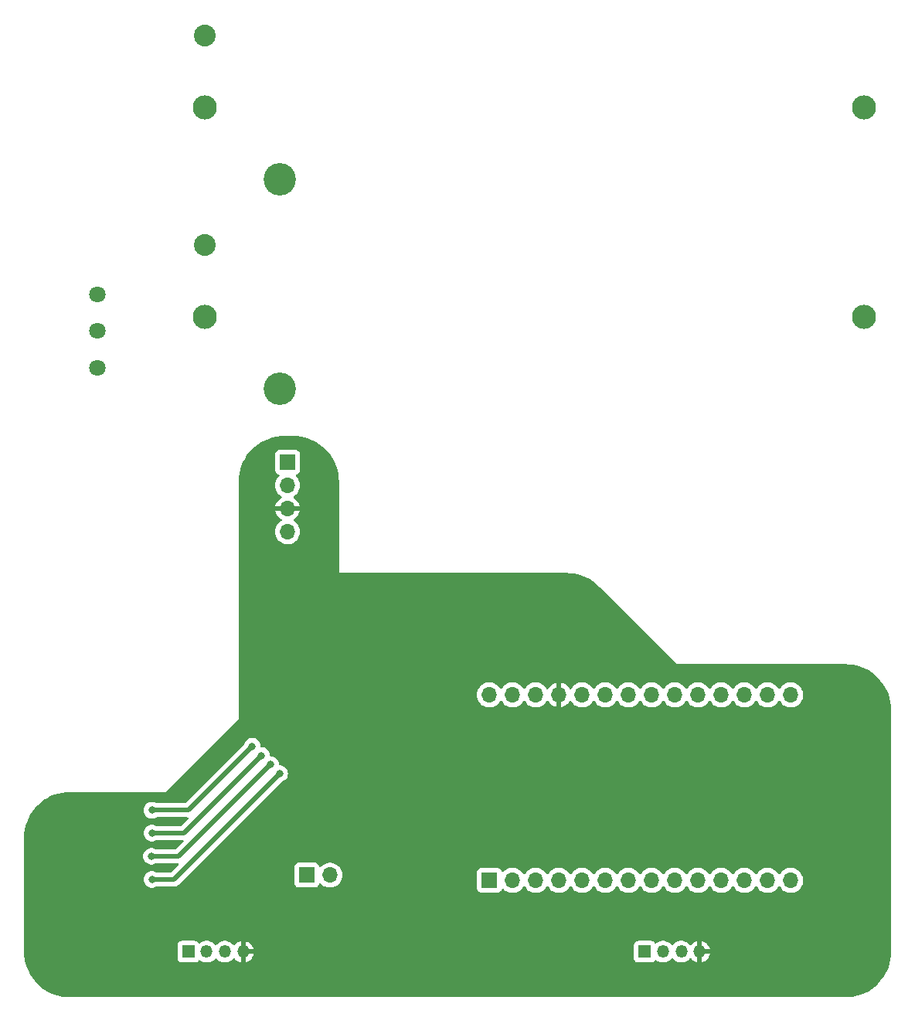
<source format=gbl>
G04 #@! TF.GenerationSoftware,KiCad,Pcbnew,8.0.1*
G04 #@! TF.CreationDate,2024-03-22T19:38:57+01:00*
G04 #@! TF.ProjectId,BikeCounter_SingleBoard,42696b65-436f-4756-9e74-65725f53696e,rev?*
G04 #@! TF.SameCoordinates,Original*
G04 #@! TF.FileFunction,Copper,L2,Bot*
G04 #@! TF.FilePolarity,Positive*
%FSLAX46Y46*%
G04 Gerber Fmt 4.6, Leading zero omitted, Abs format (unit mm)*
G04 Created by KiCad (PCBNEW 8.0.1) date 2024-03-22 19:38:57*
%MOMM*%
%LPD*%
G01*
G04 APERTURE LIST*
G04 #@! TA.AperFunction,ComponentPad*
%ADD10R,1.700000X1.700000*%
G04 #@! TD*
G04 #@! TA.AperFunction,ComponentPad*
%ADD11O,1.700000X1.700000*%
G04 #@! TD*
G04 #@! TA.AperFunction,ComponentPad*
%ADD12C,1.800000*%
G04 #@! TD*
G04 #@! TA.AperFunction,ComponentPad*
%ADD13R,1.350000X1.350000*%
G04 #@! TD*
G04 #@! TA.AperFunction,ComponentPad*
%ADD14O,1.350000X1.350000*%
G04 #@! TD*
G04 #@! TA.AperFunction,WasherPad*
%ADD15C,3.550000*%
G04 #@! TD*
G04 #@! TA.AperFunction,WasherPad*
%ADD16C,2.390000*%
G04 #@! TD*
G04 #@! TA.AperFunction,ComponentPad*
%ADD17C,2.640000*%
G04 #@! TD*
G04 #@! TA.AperFunction,ViaPad*
%ADD18C,0.800000*%
G04 #@! TD*
G04 #@! TA.AperFunction,Conductor*
%ADD19C,0.500000*%
G04 #@! TD*
G04 APERTURE END LIST*
D10*
X95980000Y-137181000D03*
D11*
X98520000Y-137181000D03*
X101060000Y-137181000D03*
X103600000Y-137181000D03*
X106140000Y-137181000D03*
X108680000Y-137181000D03*
X111220000Y-137181000D03*
X113760000Y-137181000D03*
X116300000Y-137181000D03*
X118840000Y-137181000D03*
X121380000Y-137181000D03*
X123920000Y-137181000D03*
X126460000Y-137181000D03*
X129000000Y-137181000D03*
X129000000Y-116861000D03*
X126460000Y-116861000D03*
X123920000Y-116861000D03*
X121380000Y-116861000D03*
X118840000Y-116861000D03*
X116300000Y-116861000D03*
X113760000Y-116861000D03*
X111220000Y-116861000D03*
X108680000Y-116861000D03*
X106140000Y-116861000D03*
X103600000Y-116861000D03*
X101060000Y-116861000D03*
X98520000Y-116861000D03*
X95980000Y-116861000D03*
D10*
X73872000Y-91364000D03*
D11*
X73872000Y-93904000D03*
X73872000Y-96444000D03*
X73872000Y-98984000D03*
D10*
X75975000Y-136611000D03*
D11*
X78515000Y-136611000D03*
D12*
X53000000Y-73000000D03*
X53000000Y-77000000D03*
X53000000Y-81000000D03*
D13*
X63000000Y-145000000D03*
D14*
X65000000Y-145000000D03*
X67000000Y-145000000D03*
X69000000Y-145000000D03*
D15*
X72980000Y-60345000D03*
D16*
X64780000Y-44605000D03*
D17*
X64780000Y-52475000D03*
X137000000Y-52475000D03*
D15*
X72980000Y-83345000D03*
D16*
X64780000Y-67605000D03*
D17*
X64780000Y-75475000D03*
X137000000Y-75475000D03*
D13*
X113000000Y-145000000D03*
D14*
X115000000Y-145000000D03*
X117000000Y-145000000D03*
X119000000Y-145000000D03*
D18*
X59000000Y-132000000D03*
X71000000Y-123500000D03*
X72000000Y-124500000D03*
X58960000Y-134540000D03*
X105000000Y-107000000D03*
X105000000Y-104500000D03*
X105000000Y-140000000D03*
X50000000Y-149000000D03*
X105000000Y-114500000D03*
X95000000Y-104500000D03*
X78000000Y-95000000D03*
X114500000Y-112500000D03*
X70000000Y-118000000D03*
X50000000Y-137000000D03*
X90000000Y-115000000D03*
X85000000Y-104500000D03*
X135000000Y-135000000D03*
X125000000Y-135000000D03*
X130000000Y-135000000D03*
X90000000Y-107000000D03*
X50000000Y-132000000D03*
X135000000Y-125000000D03*
X77000000Y-91000000D03*
X95000000Y-145000000D03*
X110000000Y-145000000D03*
X53500000Y-137000000D03*
X100000000Y-149000000D03*
X100000000Y-110000000D03*
X100000000Y-107000000D03*
X109000000Y-107000000D03*
X75000000Y-102000000D03*
X85000000Y-145000000D03*
X85000000Y-112500000D03*
X90000000Y-140000000D03*
X115000000Y-130000000D03*
X135000000Y-130000000D03*
X80000000Y-145000000D03*
X65000000Y-149000000D03*
X135000000Y-149000000D03*
X60000000Y-140000000D03*
X47500000Y-129500000D03*
X70000000Y-95000000D03*
X80000000Y-149000000D03*
X120000000Y-135000000D03*
X116500000Y-114500000D03*
X110000000Y-130000000D03*
X115000000Y-149000000D03*
X135000000Y-140000000D03*
X50000000Y-134500000D03*
X70000000Y-115000000D03*
X85000000Y-115000000D03*
X70000000Y-149000000D03*
X78000000Y-100000000D03*
X65000000Y-140000000D03*
X95000000Y-140000000D03*
X71000000Y-91000000D03*
X62500000Y-127500000D03*
X100000000Y-145000000D03*
X124500000Y-125000000D03*
X75000000Y-118000000D03*
X80000000Y-115000000D03*
X70000000Y-134500000D03*
X95000000Y-107000000D03*
X100000000Y-130000000D03*
X120000000Y-114500000D03*
X50000000Y-140000000D03*
X85000000Y-140000000D03*
X100000000Y-135000000D03*
X70000000Y-105000000D03*
X85000000Y-126000000D03*
X90000000Y-118000000D03*
X55000000Y-149000000D03*
X105000000Y-135000000D03*
X90000000Y-104500000D03*
X115000000Y-126000000D03*
X80000000Y-140000000D03*
X135000000Y-145000000D03*
X95000000Y-130000000D03*
X135000000Y-120000000D03*
X125000000Y-120000000D03*
X60000000Y-149000000D03*
X115000000Y-135000000D03*
X75000000Y-127000000D03*
X75000000Y-140000000D03*
X100000000Y-126000000D03*
X55000000Y-140000000D03*
X53500000Y-132000000D03*
X130000000Y-114500000D03*
X130000000Y-125000000D03*
X90000000Y-149000000D03*
X120000000Y-130000000D03*
X70000000Y-110000000D03*
X105000000Y-130000000D03*
X130000000Y-145000000D03*
X80000000Y-118000000D03*
X120000000Y-149000000D03*
X130000000Y-140000000D03*
X55000000Y-145000000D03*
X80000000Y-104500000D03*
X100000000Y-112500000D03*
X125000000Y-130000000D03*
X130000000Y-149000000D03*
X53500000Y-134500000D03*
X100000000Y-140000000D03*
X50000000Y-145000000D03*
X125000000Y-145000000D03*
X90000000Y-110000000D03*
X68500000Y-121000000D03*
X125500000Y-140000000D03*
X110000000Y-140000000D03*
X90000000Y-130000000D03*
X90000000Y-126000000D03*
X105000000Y-149000000D03*
X135000000Y-114500000D03*
X110000000Y-135000000D03*
X109390289Y-111256746D03*
X70000000Y-100000000D03*
X75000000Y-115000000D03*
X75000000Y-145000000D03*
X105000000Y-112500000D03*
X90000000Y-145000000D03*
X130000000Y-130000000D03*
X80000000Y-130000000D03*
X105000000Y-126000000D03*
X105000000Y-145000000D03*
X70000000Y-140000000D03*
X75000000Y-112500000D03*
X85000000Y-149000000D03*
X110000000Y-126000000D03*
X80000000Y-107000000D03*
X75000000Y-149000000D03*
X101500000Y-114500000D03*
X85000000Y-118000000D03*
X90000000Y-112500000D03*
X109000000Y-114500000D03*
X130000000Y-120000000D03*
X125000000Y-114500000D03*
X95000000Y-149000000D03*
X120000000Y-126000000D03*
X95000000Y-110000000D03*
X85000000Y-107000000D03*
X85000000Y-110000000D03*
X80000000Y-126000000D03*
X105000000Y-110000000D03*
X80000000Y-110000000D03*
X100000000Y-104500000D03*
X112000000Y-110000000D03*
X125000000Y-149000000D03*
X80000000Y-112500000D03*
X95000000Y-126000000D03*
X70000000Y-137000000D03*
X110000000Y-149000000D03*
X60000000Y-145000000D03*
X85000000Y-130000000D03*
X70000000Y-122500000D03*
X59000000Y-129500000D03*
X73000000Y-125500000D03*
X59000000Y-137080000D03*
D19*
X59000000Y-132000000D02*
X62500000Y-132000000D01*
X62500000Y-132000000D02*
X71000000Y-123500000D01*
X58960000Y-134540000D02*
X61960000Y-134540000D01*
X61960000Y-134540000D02*
X72000000Y-124500000D01*
X59000000Y-129500000D02*
X63000000Y-129500000D01*
X63000000Y-129500000D02*
X70000000Y-122500000D01*
X61420000Y-137080000D02*
X73000000Y-125500000D01*
X59000000Y-137080000D02*
X61420000Y-137080000D01*
G04 #@! TA.AperFunction,Conductor*
G36*
X74502702Y-88500117D02*
G01*
X74930392Y-88518791D01*
X74941129Y-88519731D01*
X75362874Y-88575254D01*
X75373512Y-88577129D01*
X75788818Y-88669201D01*
X75799258Y-88671999D01*
X76204945Y-88799911D01*
X76215092Y-88803604D01*
X76608098Y-88966393D01*
X76617890Y-88970959D01*
X76995215Y-89167382D01*
X77004555Y-89172775D01*
X77340787Y-89386978D01*
X77363311Y-89401328D01*
X77372172Y-89407532D01*
X77709645Y-89666484D01*
X77717932Y-89673438D01*
X78031542Y-89960808D01*
X78039191Y-89968457D01*
X78326561Y-90282067D01*
X78333515Y-90290354D01*
X78592467Y-90627827D01*
X78598671Y-90636688D01*
X78827216Y-90995430D01*
X78832625Y-91004798D01*
X79029037Y-91382103D01*
X79033609Y-91391907D01*
X79196391Y-91784897D01*
X79200091Y-91795063D01*
X79327999Y-92200737D01*
X79330799Y-92211185D01*
X79422868Y-92626479D01*
X79424746Y-92637133D01*
X79480266Y-93058851D01*
X79481209Y-93069627D01*
X79499882Y-93497297D01*
X79500000Y-93502706D01*
X79500000Y-103500000D01*
X104426226Y-103500000D01*
X104431634Y-103500117D01*
X104859324Y-103518791D01*
X104870061Y-103519731D01*
X105291806Y-103575254D01*
X105302444Y-103577129D01*
X105717750Y-103669201D01*
X105728190Y-103671999D01*
X106133877Y-103799911D01*
X106144024Y-103803604D01*
X106537030Y-103966393D01*
X106546822Y-103970959D01*
X106924147Y-104167382D01*
X106933487Y-104172775D01*
X107269719Y-104386978D01*
X107292243Y-104401328D01*
X107301104Y-104407532D01*
X107638577Y-104666484D01*
X107646864Y-104673438D01*
X107962470Y-104962637D01*
X107966378Y-104966378D01*
X116500000Y-113500000D01*
X134997294Y-113500000D01*
X135002702Y-113500117D01*
X135430392Y-113518791D01*
X135441129Y-113519731D01*
X135862874Y-113575254D01*
X135873512Y-113577129D01*
X136288818Y-113669201D01*
X136299258Y-113671999D01*
X136704945Y-113799911D01*
X136715092Y-113803604D01*
X137108098Y-113966393D01*
X137117890Y-113970959D01*
X137495215Y-114167382D01*
X137504555Y-114172775D01*
X137840787Y-114386978D01*
X137863311Y-114401328D01*
X137872172Y-114407532D01*
X138209645Y-114666484D01*
X138217932Y-114673438D01*
X138531542Y-114960808D01*
X138539191Y-114968457D01*
X138826561Y-115282067D01*
X138833515Y-115290354D01*
X139092467Y-115627827D01*
X139098671Y-115636688D01*
X139151625Y-115719808D01*
X139323709Y-115989926D01*
X139327216Y-115995430D01*
X139332621Y-116004792D01*
X139419119Y-116170952D01*
X139529037Y-116382103D01*
X139533609Y-116391907D01*
X139696391Y-116784897D01*
X139700091Y-116795063D01*
X139827999Y-117200737D01*
X139830799Y-117211185D01*
X139922868Y-117626479D01*
X139924746Y-117637133D01*
X139980266Y-118058851D01*
X139981209Y-118069627D01*
X139999882Y-118497297D01*
X140000000Y-118502706D01*
X140000000Y-144997293D01*
X139999882Y-145002702D01*
X139981209Y-145430372D01*
X139980266Y-145441148D01*
X139924746Y-145862866D01*
X139922868Y-145873520D01*
X139830799Y-146288814D01*
X139827999Y-146299262D01*
X139700091Y-146704936D01*
X139696391Y-146715102D01*
X139533609Y-147108092D01*
X139529037Y-147117896D01*
X139332625Y-147495201D01*
X139327216Y-147504569D01*
X139098671Y-147863311D01*
X139092467Y-147872172D01*
X138833515Y-148209645D01*
X138826561Y-148217932D01*
X138539191Y-148531542D01*
X138531542Y-148539191D01*
X138217932Y-148826561D01*
X138209645Y-148833515D01*
X137872172Y-149092467D01*
X137863311Y-149098671D01*
X137504569Y-149327216D01*
X137495201Y-149332625D01*
X137117896Y-149529037D01*
X137108092Y-149533609D01*
X136715102Y-149696391D01*
X136704936Y-149700091D01*
X136299262Y-149827999D01*
X136288814Y-149830799D01*
X135873520Y-149922868D01*
X135862866Y-149924746D01*
X135441148Y-149980266D01*
X135430372Y-149981209D01*
X135002703Y-149999882D01*
X134997294Y-150000000D01*
X50002706Y-150000000D01*
X49997297Y-149999882D01*
X49569627Y-149981209D01*
X49558851Y-149980266D01*
X49137133Y-149924746D01*
X49126479Y-149922868D01*
X48711185Y-149830799D01*
X48700737Y-149827999D01*
X48295063Y-149700091D01*
X48284897Y-149696391D01*
X47891907Y-149533609D01*
X47882103Y-149529037D01*
X47758666Y-149464780D01*
X47504792Y-149332621D01*
X47495436Y-149327220D01*
X47316059Y-149212943D01*
X47136688Y-149098671D01*
X47127827Y-149092467D01*
X46790354Y-148833515D01*
X46782067Y-148826561D01*
X46468457Y-148539191D01*
X46460808Y-148531542D01*
X46173438Y-148217932D01*
X46166484Y-148209645D01*
X45907532Y-147872172D01*
X45901328Y-147863311D01*
X45886978Y-147840787D01*
X45672775Y-147504555D01*
X45667382Y-147495215D01*
X45470959Y-147117890D01*
X45466390Y-147108092D01*
X45303608Y-146715102D01*
X45299908Y-146704936D01*
X45172000Y-146299262D01*
X45169200Y-146288814D01*
X45077129Y-145873512D01*
X45075253Y-145862866D01*
X45056926Y-145723654D01*
X61816500Y-145723654D01*
X61823011Y-145784202D01*
X61823011Y-145784204D01*
X61871573Y-145914399D01*
X61874111Y-145921204D01*
X61961739Y-146038261D01*
X62078796Y-146125889D01*
X62215799Y-146176989D01*
X62243050Y-146179918D01*
X62276345Y-146183499D01*
X62276362Y-146183500D01*
X63723638Y-146183500D01*
X63723654Y-146183499D01*
X63750692Y-146180591D01*
X63784201Y-146176989D01*
X63921204Y-146125889D01*
X64038261Y-146038261D01*
X64095907Y-145961254D01*
X64151840Y-145919383D01*
X64221532Y-145914399D01*
X64278710Y-145943926D01*
X64282556Y-145947432D01*
X64283727Y-145948499D01*
X64425759Y-146036441D01*
X64457866Y-146056322D01*
X64470209Y-146063964D01*
X64674732Y-146143197D01*
X64890333Y-146183500D01*
X64890335Y-146183500D01*
X65109665Y-146183500D01*
X65109667Y-146183500D01*
X65325268Y-146143197D01*
X65529791Y-146063964D01*
X65716273Y-145948499D01*
X65878364Y-145800734D01*
X65901046Y-145770697D01*
X65957155Y-145729062D01*
X66026867Y-145724371D01*
X66088049Y-145758113D01*
X66098954Y-145770698D01*
X66121637Y-145800736D01*
X66246321Y-145914399D01*
X66283727Y-145948499D01*
X66425759Y-146036441D01*
X66457866Y-146056322D01*
X66470209Y-146063964D01*
X66674732Y-146143197D01*
X66890333Y-146183500D01*
X66890335Y-146183500D01*
X67109665Y-146183500D01*
X67109667Y-146183500D01*
X67325268Y-146143197D01*
X67529791Y-146063964D01*
X67716273Y-145948499D01*
X67878364Y-145800734D01*
X67906371Y-145763645D01*
X67962479Y-145722011D01*
X68032191Y-145717318D01*
X68093373Y-145751060D01*
X68104279Y-145763647D01*
X68127942Y-145794982D01*
X68127944Y-145794984D01*
X68288868Y-145941685D01*
X68474012Y-146056322D01*
X68474023Y-146056327D01*
X68677060Y-146134984D01*
X68750000Y-146148619D01*
X68750000Y-145315686D01*
X68754394Y-145320080D01*
X68845606Y-145372741D01*
X68947339Y-145400000D01*
X69052661Y-145400000D01*
X69154394Y-145372741D01*
X69245606Y-145320080D01*
X69250000Y-145315686D01*
X69250000Y-146148619D01*
X69322939Y-146134984D01*
X69525976Y-146056327D01*
X69525987Y-146056322D01*
X69711130Y-145941685D01*
X69711131Y-145941685D01*
X69872054Y-145794985D01*
X69925921Y-145723654D01*
X111816500Y-145723654D01*
X111823011Y-145784202D01*
X111823011Y-145784204D01*
X111871573Y-145914399D01*
X111874111Y-145921204D01*
X111961739Y-146038261D01*
X112078796Y-146125889D01*
X112215799Y-146176989D01*
X112243050Y-146179918D01*
X112276345Y-146183499D01*
X112276362Y-146183500D01*
X113723638Y-146183500D01*
X113723654Y-146183499D01*
X113750692Y-146180591D01*
X113784201Y-146176989D01*
X113921204Y-146125889D01*
X114038261Y-146038261D01*
X114095907Y-145961254D01*
X114151840Y-145919383D01*
X114221532Y-145914399D01*
X114278710Y-145943926D01*
X114282556Y-145947432D01*
X114283727Y-145948499D01*
X114425759Y-146036441D01*
X114457866Y-146056322D01*
X114470209Y-146063964D01*
X114674732Y-146143197D01*
X114890333Y-146183500D01*
X114890335Y-146183500D01*
X115109665Y-146183500D01*
X115109667Y-146183500D01*
X115325268Y-146143197D01*
X115529791Y-146063964D01*
X115716273Y-145948499D01*
X115878364Y-145800734D01*
X115901046Y-145770697D01*
X115957155Y-145729062D01*
X116026867Y-145724371D01*
X116088049Y-145758113D01*
X116098954Y-145770698D01*
X116121637Y-145800736D01*
X116246321Y-145914399D01*
X116283727Y-145948499D01*
X116425759Y-146036441D01*
X116457866Y-146056322D01*
X116470209Y-146063964D01*
X116674732Y-146143197D01*
X116890333Y-146183500D01*
X116890335Y-146183500D01*
X117109665Y-146183500D01*
X117109667Y-146183500D01*
X117325268Y-146143197D01*
X117529791Y-146063964D01*
X117716273Y-145948499D01*
X117878364Y-145800734D01*
X117906371Y-145763645D01*
X117962479Y-145722011D01*
X118032191Y-145717318D01*
X118093373Y-145751060D01*
X118104279Y-145763647D01*
X118127942Y-145794982D01*
X118127944Y-145794984D01*
X118288868Y-145941685D01*
X118474012Y-146056322D01*
X118474023Y-146056327D01*
X118677060Y-146134984D01*
X118750000Y-146148619D01*
X118750000Y-145315686D01*
X118754394Y-145320080D01*
X118845606Y-145372741D01*
X118947339Y-145400000D01*
X119052661Y-145400000D01*
X119154394Y-145372741D01*
X119245606Y-145320080D01*
X119250000Y-145315686D01*
X119250000Y-146148619D01*
X119322939Y-146134984D01*
X119525976Y-146056327D01*
X119525987Y-146056322D01*
X119711130Y-145941685D01*
X119711131Y-145941685D01*
X119872054Y-145794985D01*
X120003284Y-145621208D01*
X120100348Y-145426280D01*
X120150505Y-145250000D01*
X119315686Y-145250000D01*
X119320080Y-145245606D01*
X119372741Y-145154394D01*
X119400000Y-145052661D01*
X119400000Y-144947339D01*
X119372741Y-144845606D01*
X119320080Y-144754394D01*
X119315686Y-144750000D01*
X120150505Y-144750000D01*
X120150505Y-144749999D01*
X120100348Y-144573719D01*
X120003284Y-144378791D01*
X119872054Y-144205014D01*
X119711131Y-144058314D01*
X119525987Y-143943677D01*
X119525985Y-143943676D01*
X119322931Y-143865013D01*
X119322921Y-143865010D01*
X119250001Y-143851378D01*
X119250000Y-143851379D01*
X119250000Y-144684314D01*
X119245606Y-144679920D01*
X119154394Y-144627259D01*
X119052661Y-144600000D01*
X118947339Y-144600000D01*
X118845606Y-144627259D01*
X118754394Y-144679920D01*
X118750000Y-144684314D01*
X118750000Y-143851379D01*
X118749998Y-143851378D01*
X118677078Y-143865010D01*
X118677068Y-143865013D01*
X118474014Y-143943676D01*
X118474012Y-143943677D01*
X118288869Y-144058314D01*
X118288868Y-144058314D01*
X118127944Y-144205014D01*
X118104278Y-144236354D01*
X118048169Y-144277989D01*
X117978457Y-144282680D01*
X117917275Y-144248937D01*
X117906371Y-144236353D01*
X117890849Y-144215799D01*
X117878364Y-144199266D01*
X117716273Y-144051501D01*
X117571303Y-143961739D01*
X117529792Y-143936036D01*
X117529790Y-143936035D01*
X117459195Y-143908687D01*
X117325268Y-143856803D01*
X117109667Y-143816500D01*
X116890333Y-143816500D01*
X116674732Y-143856803D01*
X116653540Y-143865013D01*
X116470209Y-143936035D01*
X116470207Y-143936036D01*
X116283725Y-144051502D01*
X116121636Y-144199264D01*
X116121636Y-144199265D01*
X116098953Y-144229302D01*
X116042844Y-144270937D01*
X115973132Y-144275628D01*
X115911950Y-144241885D01*
X115901047Y-144229302D01*
X115878363Y-144199265D01*
X115878363Y-144199264D01*
X115728447Y-144062599D01*
X115716273Y-144051501D01*
X115571303Y-143961739D01*
X115529792Y-143936036D01*
X115529790Y-143936035D01*
X115459195Y-143908687D01*
X115325268Y-143856803D01*
X115109667Y-143816500D01*
X114890333Y-143816500D01*
X114674732Y-143856803D01*
X114653540Y-143865013D01*
X114470209Y-143936035D01*
X114470207Y-143936036D01*
X114283725Y-144051502D01*
X114283724Y-144051502D01*
X114278705Y-144056078D01*
X114215899Y-144086690D01*
X114146512Y-144078487D01*
X114095907Y-144038745D01*
X114038261Y-143961739D01*
X113921204Y-143874111D01*
X113896804Y-143865010D01*
X113784203Y-143823011D01*
X113723654Y-143816500D01*
X113723638Y-143816500D01*
X112276362Y-143816500D01*
X112276345Y-143816500D01*
X112215797Y-143823011D01*
X112215795Y-143823011D01*
X112078795Y-143874111D01*
X111961739Y-143961739D01*
X111874111Y-144078795D01*
X111823011Y-144215795D01*
X111823011Y-144215797D01*
X111816500Y-144276345D01*
X111816500Y-145723654D01*
X69925921Y-145723654D01*
X70003284Y-145621208D01*
X70100348Y-145426280D01*
X70150505Y-145250000D01*
X69315686Y-145250000D01*
X69320080Y-145245606D01*
X69372741Y-145154394D01*
X69400000Y-145052661D01*
X69400000Y-144947339D01*
X69372741Y-144845606D01*
X69320080Y-144754394D01*
X69315686Y-144750000D01*
X70150505Y-144750000D01*
X70150505Y-144749999D01*
X70100348Y-144573719D01*
X70003284Y-144378791D01*
X69872054Y-144205014D01*
X69711131Y-144058314D01*
X69525987Y-143943677D01*
X69525985Y-143943676D01*
X69322931Y-143865013D01*
X69322921Y-143865010D01*
X69250001Y-143851378D01*
X69250000Y-143851379D01*
X69250000Y-144684314D01*
X69245606Y-144679920D01*
X69154394Y-144627259D01*
X69052661Y-144600000D01*
X68947339Y-144600000D01*
X68845606Y-144627259D01*
X68754394Y-144679920D01*
X68750000Y-144684314D01*
X68750000Y-143851379D01*
X68749998Y-143851378D01*
X68677078Y-143865010D01*
X68677068Y-143865013D01*
X68474014Y-143943676D01*
X68474012Y-143943677D01*
X68288869Y-144058314D01*
X68288868Y-144058314D01*
X68127944Y-144205014D01*
X68104278Y-144236354D01*
X68048169Y-144277989D01*
X67978457Y-144282680D01*
X67917275Y-144248937D01*
X67906371Y-144236353D01*
X67890849Y-144215799D01*
X67878364Y-144199266D01*
X67716273Y-144051501D01*
X67571303Y-143961739D01*
X67529792Y-143936036D01*
X67529790Y-143936035D01*
X67459195Y-143908687D01*
X67325268Y-143856803D01*
X67109667Y-143816500D01*
X66890333Y-143816500D01*
X66674732Y-143856803D01*
X66653540Y-143865013D01*
X66470209Y-143936035D01*
X66470207Y-143936036D01*
X66283725Y-144051502D01*
X66121636Y-144199264D01*
X66121636Y-144199265D01*
X66098953Y-144229302D01*
X66042844Y-144270937D01*
X65973132Y-144275628D01*
X65911950Y-144241885D01*
X65901047Y-144229302D01*
X65878363Y-144199265D01*
X65878363Y-144199264D01*
X65728447Y-144062599D01*
X65716273Y-144051501D01*
X65571303Y-143961739D01*
X65529792Y-143936036D01*
X65529790Y-143936035D01*
X65459195Y-143908687D01*
X65325268Y-143856803D01*
X65109667Y-143816500D01*
X64890333Y-143816500D01*
X64674732Y-143856803D01*
X64653540Y-143865013D01*
X64470209Y-143936035D01*
X64470207Y-143936036D01*
X64283725Y-144051502D01*
X64283724Y-144051502D01*
X64278705Y-144056078D01*
X64215899Y-144086690D01*
X64146512Y-144078487D01*
X64095907Y-144038745D01*
X64038261Y-143961739D01*
X63921204Y-143874111D01*
X63896804Y-143865010D01*
X63784203Y-143823011D01*
X63723654Y-143816500D01*
X63723638Y-143816500D01*
X62276362Y-143816500D01*
X62276345Y-143816500D01*
X62215797Y-143823011D01*
X62215795Y-143823011D01*
X62078795Y-143874111D01*
X61961739Y-143961739D01*
X61874111Y-144078795D01*
X61823011Y-144215795D01*
X61823011Y-144215797D01*
X61816500Y-144276345D01*
X61816500Y-145723654D01*
X45056926Y-145723654D01*
X45019731Y-145441129D01*
X45018791Y-145430392D01*
X45000118Y-145002702D01*
X45000000Y-144997293D01*
X45000000Y-138079654D01*
X94621500Y-138079654D01*
X94628011Y-138140202D01*
X94628011Y-138140204D01*
X94679111Y-138277204D01*
X94766739Y-138394261D01*
X94883796Y-138481889D01*
X95020799Y-138532989D01*
X95048050Y-138535918D01*
X95081345Y-138539499D01*
X95081362Y-138539500D01*
X96878638Y-138539500D01*
X96878654Y-138539499D01*
X96905692Y-138536591D01*
X96939201Y-138532989D01*
X97076204Y-138481889D01*
X97193261Y-138394261D01*
X97280889Y-138277204D01*
X97326138Y-138155887D01*
X97368009Y-138099956D01*
X97433474Y-138075539D01*
X97501746Y-138090391D01*
X97533545Y-138115236D01*
X97596760Y-138183906D01*
X97774424Y-138322189D01*
X97774425Y-138322189D01*
X97774427Y-138322191D01*
X97901135Y-138390761D01*
X97972426Y-138429342D01*
X98185365Y-138502444D01*
X98407431Y-138539500D01*
X98632569Y-138539500D01*
X98854635Y-138502444D01*
X99067574Y-138429342D01*
X99265576Y-138322189D01*
X99443240Y-138183906D01*
X99595722Y-138018268D01*
X99686193Y-137879790D01*
X99739338Y-137834437D01*
X99808569Y-137825013D01*
X99871905Y-137854515D01*
X99893804Y-137879787D01*
X99984278Y-138018268D01*
X99984283Y-138018273D01*
X99984284Y-138018276D01*
X100110968Y-138155889D01*
X100136760Y-138183906D01*
X100314424Y-138322189D01*
X100314425Y-138322189D01*
X100314427Y-138322191D01*
X100441135Y-138390761D01*
X100512426Y-138429342D01*
X100725365Y-138502444D01*
X100947431Y-138539500D01*
X101172569Y-138539500D01*
X101394635Y-138502444D01*
X101607574Y-138429342D01*
X101805576Y-138322189D01*
X101983240Y-138183906D01*
X102135722Y-138018268D01*
X102226193Y-137879790D01*
X102279338Y-137834437D01*
X102348569Y-137825013D01*
X102411905Y-137854515D01*
X102433804Y-137879787D01*
X102524278Y-138018268D01*
X102524283Y-138018273D01*
X102524284Y-138018276D01*
X102650968Y-138155889D01*
X102676760Y-138183906D01*
X102854424Y-138322189D01*
X102854425Y-138322189D01*
X102854427Y-138322191D01*
X102981135Y-138390761D01*
X103052426Y-138429342D01*
X103265365Y-138502444D01*
X103487431Y-138539500D01*
X103712569Y-138539500D01*
X103934635Y-138502444D01*
X104147574Y-138429342D01*
X104345576Y-138322189D01*
X104523240Y-138183906D01*
X104675722Y-138018268D01*
X104766193Y-137879790D01*
X104819338Y-137834437D01*
X104888569Y-137825013D01*
X104951905Y-137854515D01*
X104973804Y-137879787D01*
X105064278Y-138018268D01*
X105064283Y-138018273D01*
X105064284Y-138018276D01*
X105190968Y-138155889D01*
X105216760Y-138183906D01*
X105394424Y-138322189D01*
X105394425Y-138322189D01*
X105394427Y-138322191D01*
X105521135Y-138390761D01*
X105592426Y-138429342D01*
X105805365Y-138502444D01*
X106027431Y-138539500D01*
X106252569Y-138539500D01*
X106474635Y-138502444D01*
X106687574Y-138429342D01*
X106885576Y-138322189D01*
X107063240Y-138183906D01*
X107215722Y-138018268D01*
X107306193Y-137879790D01*
X107359338Y-137834437D01*
X107428569Y-137825013D01*
X107491905Y-137854515D01*
X107513804Y-137879787D01*
X107604278Y-138018268D01*
X107604283Y-138018273D01*
X107604284Y-138018276D01*
X107730968Y-138155889D01*
X107756760Y-138183906D01*
X107934424Y-138322189D01*
X107934425Y-138322189D01*
X107934427Y-138322191D01*
X108061135Y-138390761D01*
X108132426Y-138429342D01*
X108345365Y-138502444D01*
X108567431Y-138539500D01*
X108792569Y-138539500D01*
X109014635Y-138502444D01*
X109227574Y-138429342D01*
X109425576Y-138322189D01*
X109603240Y-138183906D01*
X109755722Y-138018268D01*
X109846193Y-137879790D01*
X109899338Y-137834437D01*
X109968569Y-137825013D01*
X110031905Y-137854515D01*
X110053804Y-137879787D01*
X110144278Y-138018268D01*
X110144283Y-138018273D01*
X110144284Y-138018276D01*
X110270968Y-138155889D01*
X110296760Y-138183906D01*
X110474424Y-138322189D01*
X110474425Y-138322189D01*
X110474427Y-138322191D01*
X110601135Y-138390761D01*
X110672426Y-138429342D01*
X110885365Y-138502444D01*
X111107431Y-138539500D01*
X111332569Y-138539500D01*
X111554635Y-138502444D01*
X111767574Y-138429342D01*
X111965576Y-138322189D01*
X112143240Y-138183906D01*
X112295722Y-138018268D01*
X112386193Y-137879790D01*
X112439338Y-137834437D01*
X112508569Y-137825013D01*
X112571905Y-137854515D01*
X112593804Y-137879787D01*
X112684278Y-138018268D01*
X112684283Y-138018273D01*
X112684284Y-138018276D01*
X112810968Y-138155889D01*
X112836760Y-138183906D01*
X113014424Y-138322189D01*
X113014425Y-138322189D01*
X113014427Y-138322191D01*
X113141135Y-138390761D01*
X113212426Y-138429342D01*
X113425365Y-138502444D01*
X113647431Y-138539500D01*
X113872569Y-138539500D01*
X114094635Y-138502444D01*
X114307574Y-138429342D01*
X114505576Y-138322189D01*
X114683240Y-138183906D01*
X114835722Y-138018268D01*
X114926193Y-137879790D01*
X114979338Y-137834437D01*
X115048569Y-137825013D01*
X115111905Y-137854515D01*
X115133804Y-137879787D01*
X115224278Y-138018268D01*
X115224283Y-138018273D01*
X115224284Y-138018276D01*
X115350968Y-138155889D01*
X115376760Y-138183906D01*
X115554424Y-138322189D01*
X115554425Y-138322189D01*
X115554427Y-138322191D01*
X115681135Y-138390761D01*
X115752426Y-138429342D01*
X115965365Y-138502444D01*
X116187431Y-138539500D01*
X116412569Y-138539500D01*
X116634635Y-138502444D01*
X116847574Y-138429342D01*
X117045576Y-138322189D01*
X117223240Y-138183906D01*
X117375722Y-138018268D01*
X117466193Y-137879790D01*
X117519338Y-137834437D01*
X117588569Y-137825013D01*
X117651905Y-137854515D01*
X117673804Y-137879787D01*
X117764278Y-138018268D01*
X117764283Y-138018273D01*
X117764284Y-138018276D01*
X117890968Y-138155889D01*
X117916760Y-138183906D01*
X118094424Y-138322189D01*
X118094425Y-138322189D01*
X118094427Y-138322191D01*
X118221135Y-138390761D01*
X118292426Y-138429342D01*
X118505365Y-138502444D01*
X118727431Y-138539500D01*
X118952569Y-138539500D01*
X119174635Y-138502444D01*
X119387574Y-138429342D01*
X119585576Y-138322189D01*
X119763240Y-138183906D01*
X119915722Y-138018268D01*
X120006193Y-137879790D01*
X120059338Y-137834437D01*
X120128569Y-137825013D01*
X120191905Y-137854515D01*
X120213804Y-137879787D01*
X120304278Y-138018268D01*
X120304283Y-138018273D01*
X120304284Y-138018276D01*
X120430968Y-138155889D01*
X120456760Y-138183906D01*
X120634424Y-138322189D01*
X120634425Y-138322189D01*
X120634427Y-138322191D01*
X120761135Y-138390761D01*
X120832426Y-138429342D01*
X121045365Y-138502444D01*
X121267431Y-138539500D01*
X121492569Y-138539500D01*
X121714635Y-138502444D01*
X121927574Y-138429342D01*
X122125576Y-138322189D01*
X122303240Y-138183906D01*
X122455722Y-138018268D01*
X122546193Y-137879790D01*
X122599338Y-137834437D01*
X122668569Y-137825013D01*
X122731905Y-137854515D01*
X122753804Y-137879787D01*
X122844278Y-138018268D01*
X122844283Y-138018273D01*
X122844284Y-138018276D01*
X122970968Y-138155889D01*
X122996760Y-138183906D01*
X123174424Y-138322189D01*
X123174425Y-138322189D01*
X123174427Y-138322191D01*
X123301135Y-138390761D01*
X123372426Y-138429342D01*
X123585365Y-138502444D01*
X123807431Y-138539500D01*
X124032569Y-138539500D01*
X124254635Y-138502444D01*
X124467574Y-138429342D01*
X124665576Y-138322189D01*
X124843240Y-138183906D01*
X124995722Y-138018268D01*
X125086193Y-137879790D01*
X125139338Y-137834437D01*
X125208569Y-137825013D01*
X125271905Y-137854515D01*
X125293804Y-137879787D01*
X125384278Y-138018268D01*
X125384283Y-138018273D01*
X125384284Y-138018276D01*
X125510968Y-138155889D01*
X125536760Y-138183906D01*
X125714424Y-138322189D01*
X125714425Y-138322189D01*
X125714427Y-138322191D01*
X125841135Y-138390761D01*
X125912426Y-138429342D01*
X126125365Y-138502444D01*
X126347431Y-138539500D01*
X126572569Y-138539500D01*
X126794635Y-138502444D01*
X127007574Y-138429342D01*
X127205576Y-138322189D01*
X127383240Y-138183906D01*
X127535722Y-138018268D01*
X127626193Y-137879790D01*
X127679338Y-137834437D01*
X127748569Y-137825013D01*
X127811905Y-137854515D01*
X127833804Y-137879787D01*
X127924278Y-138018268D01*
X127924283Y-138018273D01*
X127924284Y-138018276D01*
X128050968Y-138155889D01*
X128076760Y-138183906D01*
X128254424Y-138322189D01*
X128254425Y-138322189D01*
X128254427Y-138322191D01*
X128381135Y-138390761D01*
X128452426Y-138429342D01*
X128665365Y-138502444D01*
X128887431Y-138539500D01*
X129112569Y-138539500D01*
X129334635Y-138502444D01*
X129547574Y-138429342D01*
X129745576Y-138322189D01*
X129923240Y-138183906D01*
X130075722Y-138018268D01*
X130198860Y-137829791D01*
X130289296Y-137623616D01*
X130344564Y-137405368D01*
X130344565Y-137405359D01*
X130363156Y-137181005D01*
X130363156Y-137180994D01*
X130344565Y-136956640D01*
X130344563Y-136956628D01*
X130289296Y-136738385D01*
X130276165Y-136708450D01*
X130198860Y-136532209D01*
X130182706Y-136507484D01*
X130113225Y-136401135D01*
X130075722Y-136343732D01*
X130075719Y-136343729D01*
X130075715Y-136343723D01*
X129923243Y-136178097D01*
X129923238Y-136178092D01*
X129745577Y-136039812D01*
X129745572Y-136039808D01*
X129547580Y-135932661D01*
X129547577Y-135932659D01*
X129547574Y-135932658D01*
X129547571Y-135932657D01*
X129547569Y-135932656D01*
X129334637Y-135859556D01*
X129112569Y-135822500D01*
X128887431Y-135822500D01*
X128665362Y-135859556D01*
X128452430Y-135932656D01*
X128452419Y-135932661D01*
X128254427Y-136039808D01*
X128254422Y-136039812D01*
X128076761Y-136178092D01*
X128076756Y-136178097D01*
X127924284Y-136343723D01*
X127924276Y-136343734D01*
X127833808Y-136482206D01*
X127780662Y-136527562D01*
X127711431Y-136536986D01*
X127648095Y-136507484D01*
X127626192Y-136482206D01*
X127535723Y-136343734D01*
X127535715Y-136343723D01*
X127383243Y-136178097D01*
X127383238Y-136178092D01*
X127205577Y-136039812D01*
X127205572Y-136039808D01*
X127007580Y-135932661D01*
X127007577Y-135932659D01*
X127007574Y-135932658D01*
X127007571Y-135932657D01*
X127007569Y-135932656D01*
X126794637Y-135859556D01*
X126572569Y-135822500D01*
X126347431Y-135822500D01*
X126125362Y-135859556D01*
X125912430Y-135932656D01*
X125912419Y-135932661D01*
X125714427Y-136039808D01*
X125714422Y-136039812D01*
X125536761Y-136178092D01*
X125536756Y-136178097D01*
X125384284Y-136343723D01*
X125384276Y-136343734D01*
X125293808Y-136482206D01*
X125240662Y-136527562D01*
X125171431Y-136536986D01*
X125108095Y-136507484D01*
X125086192Y-136482206D01*
X124995723Y-136343734D01*
X124995715Y-136343723D01*
X124843243Y-136178097D01*
X124843238Y-136178092D01*
X124665577Y-136039812D01*
X124665572Y-136039808D01*
X124467580Y-135932661D01*
X124467577Y-135932659D01*
X124467574Y-135932658D01*
X124467571Y-135932657D01*
X124467569Y-135932656D01*
X124254637Y-135859556D01*
X124032569Y-135822500D01*
X123807431Y-135822500D01*
X123585362Y-135859556D01*
X123372430Y-135932656D01*
X123372419Y-135932661D01*
X123174427Y-136039808D01*
X123174422Y-136039812D01*
X122996761Y-136178092D01*
X122996756Y-136178097D01*
X122844284Y-136343723D01*
X122844276Y-136343734D01*
X122753808Y-136482206D01*
X122700662Y-136527562D01*
X122631431Y-136536986D01*
X122568095Y-136507484D01*
X122546192Y-136482206D01*
X122455723Y-136343734D01*
X122455715Y-136343723D01*
X122303243Y-136178097D01*
X122303238Y-136178092D01*
X122125577Y-136039812D01*
X122125572Y-136039808D01*
X121927580Y-135932661D01*
X121927577Y-135932659D01*
X121927574Y-135932658D01*
X121927571Y-135932657D01*
X121927569Y-135932656D01*
X121714637Y-135859556D01*
X121492569Y-135822500D01*
X121267431Y-135822500D01*
X121045362Y-135859556D01*
X120832430Y-135932656D01*
X120832419Y-135932661D01*
X120634427Y-136039808D01*
X120634422Y-136039812D01*
X120456761Y-136178092D01*
X120456756Y-136178097D01*
X120304284Y-136343723D01*
X120304276Y-136343734D01*
X120213808Y-136482206D01*
X120160662Y-136527562D01*
X120091431Y-136536986D01*
X120028095Y-136507484D01*
X120006192Y-136482206D01*
X119915723Y-136343734D01*
X119915715Y-136343723D01*
X119763243Y-136178097D01*
X119763238Y-136178092D01*
X119585577Y-136039812D01*
X119585572Y-136039808D01*
X119387580Y-135932661D01*
X119387577Y-135932659D01*
X119387574Y-135932658D01*
X119387571Y-135932657D01*
X119387569Y-135932656D01*
X119174637Y-135859556D01*
X118952569Y-135822500D01*
X118727431Y-135822500D01*
X118505362Y-135859556D01*
X118292430Y-135932656D01*
X118292419Y-135932661D01*
X118094427Y-136039808D01*
X118094422Y-136039812D01*
X117916761Y-136178092D01*
X117916756Y-136178097D01*
X117764284Y-136343723D01*
X117764276Y-136343734D01*
X117673808Y-136482206D01*
X117620662Y-136527562D01*
X117551431Y-136536986D01*
X117488095Y-136507484D01*
X117466192Y-136482206D01*
X117375723Y-136343734D01*
X117375715Y-136343723D01*
X117223243Y-136178097D01*
X117223238Y-136178092D01*
X117045577Y-136039812D01*
X117045572Y-136039808D01*
X116847580Y-135932661D01*
X116847577Y-135932659D01*
X116847574Y-135932658D01*
X116847571Y-135932657D01*
X116847569Y-135932656D01*
X116634637Y-135859556D01*
X116412569Y-135822500D01*
X116187431Y-135822500D01*
X115965362Y-135859556D01*
X115752430Y-135932656D01*
X115752419Y-135932661D01*
X115554427Y-136039808D01*
X115554422Y-136039812D01*
X115376761Y-136178092D01*
X115376756Y-136178097D01*
X115224284Y-136343723D01*
X115224276Y-136343734D01*
X115133808Y-136482206D01*
X115080662Y-136527562D01*
X115011431Y-136536986D01*
X114948095Y-136507484D01*
X114926192Y-136482206D01*
X114835723Y-136343734D01*
X114835715Y-136343723D01*
X114683243Y-136178097D01*
X114683238Y-136178092D01*
X114505577Y-136039812D01*
X114505572Y-136039808D01*
X114307580Y-135932661D01*
X114307577Y-135932659D01*
X114307574Y-135932658D01*
X114307571Y-135932657D01*
X114307569Y-135932656D01*
X114094637Y-135859556D01*
X113872569Y-135822500D01*
X113647431Y-135822500D01*
X113425362Y-135859556D01*
X113212430Y-135932656D01*
X113212419Y-135932661D01*
X113014427Y-136039808D01*
X113014422Y-136039812D01*
X112836761Y-136178092D01*
X112836756Y-136178097D01*
X112684284Y-136343723D01*
X112684276Y-136343734D01*
X112593808Y-136482206D01*
X112540662Y-136527562D01*
X112471431Y-136536986D01*
X112408095Y-136507484D01*
X112386192Y-136482206D01*
X112295723Y-136343734D01*
X112295715Y-136343723D01*
X112143243Y-136178097D01*
X112143238Y-136178092D01*
X111965577Y-136039812D01*
X111965572Y-136039808D01*
X111767580Y-135932661D01*
X111767577Y-135932659D01*
X111767574Y-135932658D01*
X111767571Y-135932657D01*
X111767569Y-135932656D01*
X111554637Y-135859556D01*
X111332569Y-135822500D01*
X111107431Y-135822500D01*
X110885362Y-135859556D01*
X110672430Y-135932656D01*
X110672419Y-135932661D01*
X110474427Y-136039808D01*
X110474422Y-136039812D01*
X110296761Y-136178092D01*
X110296756Y-136178097D01*
X110144284Y-136343723D01*
X110144276Y-136343734D01*
X110053808Y-136482206D01*
X110000662Y-136527562D01*
X109931431Y-136536986D01*
X109868095Y-136507484D01*
X109846192Y-136482206D01*
X109755723Y-136343734D01*
X109755715Y-136343723D01*
X109603243Y-136178097D01*
X109603238Y-136178092D01*
X109425577Y-136039812D01*
X109425572Y-136039808D01*
X109227580Y-135932661D01*
X109227577Y-135932659D01*
X109227574Y-135932658D01*
X109227571Y-135932657D01*
X109227569Y-135932656D01*
X109014637Y-135859556D01*
X108792569Y-135822500D01*
X108567431Y-135822500D01*
X108345362Y-135859556D01*
X108132430Y-135932656D01*
X108132419Y-135932661D01*
X107934427Y-136039808D01*
X107934422Y-136039812D01*
X107756761Y-136178092D01*
X107756756Y-136178097D01*
X107604284Y-136343723D01*
X107604276Y-136343734D01*
X107513808Y-136482206D01*
X107460662Y-136527562D01*
X107391431Y-136536986D01*
X107328095Y-136507484D01*
X107306192Y-136482206D01*
X107215723Y-136343734D01*
X107215715Y-136343723D01*
X107063243Y-136178097D01*
X107063238Y-136178092D01*
X106885577Y-136039812D01*
X106885572Y-136039808D01*
X106687580Y-135932661D01*
X106687577Y-135932659D01*
X106687574Y-135932658D01*
X106687571Y-135932657D01*
X106687569Y-135932656D01*
X106474637Y-135859556D01*
X106252569Y-135822500D01*
X106027431Y-135822500D01*
X105805362Y-135859556D01*
X105592430Y-135932656D01*
X105592419Y-135932661D01*
X105394427Y-136039808D01*
X105394422Y-136039812D01*
X105216761Y-136178092D01*
X105216756Y-136178097D01*
X105064284Y-136343723D01*
X105064276Y-136343734D01*
X104973808Y-136482206D01*
X104920662Y-136527562D01*
X104851431Y-136536986D01*
X104788095Y-136507484D01*
X104766192Y-136482206D01*
X104675723Y-136343734D01*
X104675715Y-136343723D01*
X104523243Y-136178097D01*
X104523238Y-136178092D01*
X104345577Y-136039812D01*
X104345572Y-136039808D01*
X104147580Y-135932661D01*
X104147577Y-135932659D01*
X104147574Y-135932658D01*
X104147571Y-135932657D01*
X104147569Y-135932656D01*
X103934637Y-135859556D01*
X103712569Y-135822500D01*
X103487431Y-135822500D01*
X103265362Y-135859556D01*
X103052430Y-135932656D01*
X103052419Y-135932661D01*
X102854427Y-136039808D01*
X102854422Y-136039812D01*
X102676761Y-136178092D01*
X102676756Y-136178097D01*
X102524284Y-136343723D01*
X102524276Y-136343734D01*
X102433808Y-136482206D01*
X102380662Y-136527562D01*
X102311431Y-136536986D01*
X102248095Y-136507484D01*
X102226192Y-136482206D01*
X102135723Y-136343734D01*
X102135715Y-136343723D01*
X101983243Y-136178097D01*
X101983238Y-136178092D01*
X101805577Y-136039812D01*
X101805572Y-136039808D01*
X101607580Y-135932661D01*
X101607577Y-135932659D01*
X101607574Y-135932658D01*
X101607571Y-135932657D01*
X101607569Y-135932656D01*
X101394637Y-135859556D01*
X101172569Y-135822500D01*
X100947431Y-135822500D01*
X100725362Y-135859556D01*
X100512430Y-135932656D01*
X100512419Y-135932661D01*
X100314427Y-136039808D01*
X100314422Y-136039812D01*
X100136761Y-136178092D01*
X100136756Y-136178097D01*
X99984284Y-136343723D01*
X99984276Y-136343734D01*
X99893808Y-136482206D01*
X99840662Y-136527562D01*
X99771431Y-136536986D01*
X99708095Y-136507484D01*
X99686192Y-136482206D01*
X99595723Y-136343734D01*
X99595715Y-136343723D01*
X99443243Y-136178097D01*
X99443238Y-136178092D01*
X99265577Y-136039812D01*
X99265572Y-136039808D01*
X99067580Y-135932661D01*
X99067577Y-135932659D01*
X99067574Y-135932658D01*
X99067571Y-135932657D01*
X99067569Y-135932656D01*
X98854637Y-135859556D01*
X98632569Y-135822500D01*
X98407431Y-135822500D01*
X98185362Y-135859556D01*
X97972430Y-135932656D01*
X97972419Y-135932661D01*
X97774427Y-136039808D01*
X97774422Y-136039812D01*
X97596761Y-136178092D01*
X97533548Y-136246760D01*
X97473661Y-136282750D01*
X97403823Y-136280649D01*
X97346207Y-136241124D01*
X97326138Y-136206110D01*
X97280889Y-136084796D01*
X97247214Y-136039812D01*
X97193261Y-135967739D01*
X97076204Y-135880111D01*
X96939203Y-135829011D01*
X96878654Y-135822500D01*
X96878638Y-135822500D01*
X95081362Y-135822500D01*
X95081345Y-135822500D01*
X95020797Y-135829011D01*
X95020795Y-135829011D01*
X94883795Y-135880111D01*
X94766739Y-135967739D01*
X94679111Y-136084795D01*
X94628011Y-136221795D01*
X94628011Y-136221797D01*
X94621500Y-136282345D01*
X94621500Y-138079654D01*
X45000000Y-138079654D01*
X45000000Y-134540000D01*
X58046496Y-134540000D01*
X58066458Y-134729928D01*
X58066459Y-134729931D01*
X58125470Y-134911549D01*
X58125473Y-134911556D01*
X58220960Y-135076944D01*
X58348747Y-135218866D01*
X58503248Y-135331118D01*
X58677712Y-135408794D01*
X58864513Y-135448500D01*
X59055487Y-135448500D01*
X59242288Y-135408794D01*
X59416752Y-135331118D01*
X59429051Y-135322181D01*
X59494858Y-135298702D01*
X59501937Y-135298500D01*
X61829456Y-135298500D01*
X61896495Y-135318185D01*
X61942250Y-135370989D01*
X61952194Y-135440147D01*
X61923169Y-135503703D01*
X61917137Y-135510181D01*
X61142138Y-136285181D01*
X61080815Y-136318666D01*
X61054457Y-136321500D01*
X59541937Y-136321500D01*
X59474898Y-136301815D01*
X59469051Y-136297818D01*
X59456750Y-136288880D01*
X59306071Y-136221795D01*
X59282288Y-136211206D01*
X59282286Y-136211205D01*
X59095487Y-136171500D01*
X58904513Y-136171500D01*
X58717714Y-136211205D01*
X58650515Y-136241124D01*
X58543253Y-136288880D01*
X58543246Y-136288883D01*
X58388745Y-136401135D01*
X58260959Y-136543057D01*
X58165473Y-136708443D01*
X58165470Y-136708450D01*
X58106459Y-136890068D01*
X58106458Y-136890072D01*
X58086496Y-137080000D01*
X58106458Y-137269928D01*
X58106459Y-137269931D01*
X58165470Y-137451549D01*
X58165473Y-137451556D01*
X58260960Y-137616944D01*
X58342232Y-137707206D01*
X58382721Y-137752174D01*
X58388747Y-137758866D01*
X58543248Y-137871118D01*
X58717712Y-137948794D01*
X58904513Y-137988500D01*
X59095487Y-137988500D01*
X59282288Y-137948794D01*
X59456752Y-137871118D01*
X59469051Y-137862181D01*
X59534858Y-137838702D01*
X59541937Y-137838500D01*
X61494707Y-137838500D01*
X61531453Y-137831190D01*
X61568200Y-137823881D01*
X61641247Y-137809351D01*
X61779284Y-137752174D01*
X61903515Y-137669166D01*
X62063027Y-137509654D01*
X74616500Y-137509654D01*
X74623011Y-137570202D01*
X74623011Y-137570204D01*
X74659923Y-137669166D01*
X74674111Y-137707204D01*
X74761739Y-137824261D01*
X74878796Y-137911889D01*
X75015799Y-137962989D01*
X75043050Y-137965918D01*
X75076345Y-137969499D01*
X75076362Y-137969500D01*
X76873638Y-137969500D01*
X76873654Y-137969499D01*
X76900692Y-137966591D01*
X76934201Y-137962989D01*
X77071204Y-137911889D01*
X77188261Y-137824261D01*
X77275889Y-137707204D01*
X77321138Y-137585887D01*
X77363009Y-137529956D01*
X77428474Y-137505539D01*
X77496746Y-137520391D01*
X77528545Y-137545236D01*
X77591760Y-137613906D01*
X77769424Y-137752189D01*
X77769425Y-137752189D01*
X77769427Y-137752191D01*
X77875050Y-137809351D01*
X77967426Y-137859342D01*
X78180365Y-137932444D01*
X78402431Y-137969500D01*
X78627569Y-137969500D01*
X78849635Y-137932444D01*
X79062574Y-137859342D01*
X79260576Y-137752189D01*
X79438240Y-137613906D01*
X79590722Y-137448268D01*
X79713860Y-137259791D01*
X79804296Y-137053616D01*
X79859564Y-136835368D01*
X79859565Y-136835359D01*
X79878156Y-136611005D01*
X79878156Y-136610994D01*
X79859565Y-136386640D01*
X79859563Y-136386628D01*
X79837073Y-136297818D01*
X79804296Y-136168384D01*
X79713860Y-135962209D01*
X79694555Y-135932661D01*
X79646794Y-135859556D01*
X79590722Y-135773732D01*
X79590719Y-135773729D01*
X79590715Y-135773723D01*
X79438243Y-135608097D01*
X79438238Y-135608092D01*
X79260577Y-135469812D01*
X79260572Y-135469808D01*
X79062580Y-135362661D01*
X79062577Y-135362659D01*
X79062574Y-135362658D01*
X79062571Y-135362657D01*
X79062569Y-135362656D01*
X78849637Y-135289556D01*
X78627569Y-135252500D01*
X78402431Y-135252500D01*
X78180362Y-135289556D01*
X77967430Y-135362656D01*
X77967419Y-135362661D01*
X77769427Y-135469808D01*
X77769422Y-135469812D01*
X77591761Y-135608092D01*
X77528548Y-135676760D01*
X77468661Y-135712750D01*
X77398823Y-135710649D01*
X77341207Y-135671124D01*
X77321138Y-135636110D01*
X77275889Y-135514796D01*
X77242214Y-135469812D01*
X77188261Y-135397739D01*
X77071204Y-135310111D01*
X77040074Y-135298500D01*
X76934203Y-135259011D01*
X76873654Y-135252500D01*
X76873638Y-135252500D01*
X75076362Y-135252500D01*
X75076345Y-135252500D01*
X75015797Y-135259011D01*
X75015795Y-135259011D01*
X74878795Y-135310111D01*
X74761739Y-135397739D01*
X74674111Y-135514795D01*
X74623011Y-135651795D01*
X74623011Y-135651797D01*
X74616500Y-135712345D01*
X74616500Y-137509654D01*
X62063027Y-137509654D01*
X73156752Y-126415927D01*
X73218073Y-126382444D01*
X73218290Y-126382397D01*
X73282288Y-126368794D01*
X73456752Y-126291118D01*
X73611253Y-126178866D01*
X73739040Y-126036944D01*
X73834527Y-125871556D01*
X73893542Y-125689928D01*
X73913504Y-125500000D01*
X73893542Y-125310072D01*
X73834527Y-125128444D01*
X73739040Y-124963056D01*
X73611253Y-124821134D01*
X73456752Y-124708882D01*
X73282288Y-124631206D01*
X73282286Y-124631205D01*
X73095487Y-124591500D01*
X73034771Y-124591500D01*
X72967732Y-124571815D01*
X72921977Y-124519011D01*
X72911450Y-124480462D01*
X72893542Y-124310072D01*
X72834527Y-124128444D01*
X72739040Y-123963056D01*
X72611253Y-123821134D01*
X72456752Y-123708882D01*
X72282288Y-123631206D01*
X72282286Y-123631205D01*
X72095487Y-123591500D01*
X72034771Y-123591500D01*
X71967732Y-123571815D01*
X71921977Y-123519011D01*
X71911450Y-123480462D01*
X71893542Y-123310072D01*
X71834527Y-123128444D01*
X71739040Y-122963056D01*
X71611253Y-122821134D01*
X71456752Y-122708882D01*
X71282288Y-122631206D01*
X71282286Y-122631205D01*
X71095487Y-122591500D01*
X71034771Y-122591500D01*
X70967732Y-122571815D01*
X70921977Y-122519011D01*
X70911450Y-122480462D01*
X70893542Y-122310072D01*
X70834527Y-122128444D01*
X70739040Y-121963056D01*
X70611253Y-121821134D01*
X70456752Y-121708882D01*
X70282288Y-121631206D01*
X70282286Y-121631205D01*
X70095487Y-121591500D01*
X69904513Y-121591500D01*
X69717714Y-121631205D01*
X69543246Y-121708883D01*
X69388745Y-121821135D01*
X69260959Y-121963057D01*
X69165473Y-122128443D01*
X69165470Y-122128450D01*
X69110465Y-122297739D01*
X69080215Y-122347102D01*
X62722138Y-128705181D01*
X62660815Y-128738666D01*
X62634457Y-128741500D01*
X59541937Y-128741500D01*
X59474898Y-128721815D01*
X59469051Y-128717818D01*
X59456750Y-128708880D01*
X59322807Y-128649246D01*
X59282288Y-128631206D01*
X59282286Y-128631205D01*
X59095487Y-128591500D01*
X58904513Y-128591500D01*
X58717714Y-128631205D01*
X58717712Y-128631206D01*
X58543253Y-128708880D01*
X58543246Y-128708883D01*
X58388745Y-128821135D01*
X58260959Y-128963057D01*
X58165473Y-129128443D01*
X58165470Y-129128450D01*
X58106459Y-129310068D01*
X58106458Y-129310072D01*
X58086496Y-129500000D01*
X58106458Y-129689928D01*
X58106459Y-129689931D01*
X58165470Y-129871549D01*
X58165473Y-129871556D01*
X58260960Y-130036944D01*
X58388747Y-130178866D01*
X58543248Y-130291118D01*
X58717712Y-130368794D01*
X58904513Y-130408500D01*
X59095487Y-130408500D01*
X59282288Y-130368794D01*
X59456752Y-130291118D01*
X59469051Y-130282181D01*
X59534858Y-130258702D01*
X59541937Y-130258500D01*
X62869456Y-130258500D01*
X62936495Y-130278185D01*
X62982250Y-130330989D01*
X62992194Y-130400147D01*
X62963169Y-130463703D01*
X62957137Y-130470181D01*
X62222138Y-131205181D01*
X62160815Y-131238666D01*
X62134457Y-131241500D01*
X59541937Y-131241500D01*
X59474898Y-131221815D01*
X59469051Y-131217818D01*
X59456750Y-131208880D01*
X59322807Y-131149246D01*
X59282288Y-131131206D01*
X59282286Y-131131205D01*
X59095487Y-131091500D01*
X58904513Y-131091500D01*
X58717714Y-131131205D01*
X58717712Y-131131206D01*
X58543253Y-131208880D01*
X58543246Y-131208883D01*
X58388745Y-131321135D01*
X58260959Y-131463057D01*
X58165473Y-131628443D01*
X58165470Y-131628450D01*
X58106459Y-131810068D01*
X58106458Y-131810072D01*
X58086496Y-132000000D01*
X58106458Y-132189928D01*
X58106459Y-132189931D01*
X58165470Y-132371549D01*
X58165473Y-132371556D01*
X58260960Y-132536944D01*
X58388747Y-132678866D01*
X58543248Y-132791118D01*
X58717712Y-132868794D01*
X58904513Y-132908500D01*
X59095487Y-132908500D01*
X59282288Y-132868794D01*
X59456752Y-132791118D01*
X59469051Y-132782181D01*
X59534858Y-132758702D01*
X59541937Y-132758500D01*
X62369456Y-132758500D01*
X62436495Y-132778185D01*
X62482250Y-132830989D01*
X62492194Y-132900147D01*
X62463169Y-132963703D01*
X62457137Y-132970181D01*
X61682138Y-133745181D01*
X61620815Y-133778666D01*
X61594457Y-133781500D01*
X59501937Y-133781500D01*
X59434898Y-133761815D01*
X59429051Y-133757818D01*
X59416750Y-133748880D01*
X59282807Y-133689246D01*
X59242288Y-133671206D01*
X59242286Y-133671205D01*
X59055487Y-133631500D01*
X58864513Y-133631500D01*
X58677714Y-133671205D01*
X58677712Y-133671206D01*
X58503253Y-133748880D01*
X58503246Y-133748883D01*
X58348745Y-133861135D01*
X58220959Y-134003057D01*
X58125473Y-134168443D01*
X58125470Y-134168450D01*
X58066459Y-134350068D01*
X58066458Y-134350072D01*
X58046496Y-134540000D01*
X45000000Y-134540000D01*
X45000000Y-132502706D01*
X45000118Y-132497297D01*
X45013538Y-132189931D01*
X45018791Y-132069605D01*
X45019731Y-132058872D01*
X45075255Y-131637121D01*
X45077128Y-131626491D01*
X45169202Y-131211175D01*
X45172000Y-131200737D01*
X45299913Y-130795046D01*
X45303601Y-130784914D01*
X45466396Y-130391892D01*
X45470954Y-130382118D01*
X45667387Y-130004774D01*
X45672769Y-129995453D01*
X45901334Y-129636678D01*
X45907525Y-129627835D01*
X46166491Y-129290345D01*
X46173429Y-129282076D01*
X46460819Y-128968445D01*
X46468445Y-128960819D01*
X46782076Y-128673429D01*
X46790345Y-128666491D01*
X47127835Y-128407525D01*
X47136678Y-128401334D01*
X47495453Y-128172769D01*
X47504774Y-128167387D01*
X47882118Y-127970954D01*
X47891892Y-127966396D01*
X48284914Y-127803601D01*
X48295046Y-127799913D01*
X48700746Y-127671997D01*
X48711175Y-127669202D01*
X49126491Y-127577128D01*
X49137121Y-127575255D01*
X49558872Y-127519731D01*
X49569605Y-127518791D01*
X49997297Y-127500117D01*
X50002706Y-127500000D01*
X58428932Y-127500000D01*
X60500000Y-127500000D01*
X68500000Y-119500000D01*
X68500000Y-116861005D01*
X94616844Y-116861005D01*
X94635434Y-117085359D01*
X94635436Y-117085371D01*
X94690703Y-117303614D01*
X94781140Y-117509792D01*
X94904276Y-117698265D01*
X94904284Y-117698276D01*
X95056756Y-117863902D01*
X95056760Y-117863906D01*
X95234424Y-118002189D01*
X95234425Y-118002189D01*
X95234427Y-118002191D01*
X95359039Y-118069627D01*
X95432426Y-118109342D01*
X95645365Y-118182444D01*
X95867431Y-118219500D01*
X96092569Y-118219500D01*
X96314635Y-118182444D01*
X96527574Y-118109342D01*
X96725576Y-118002189D01*
X96903240Y-117863906D01*
X97024594Y-117732082D01*
X97055715Y-117698276D01*
X97055715Y-117698275D01*
X97055722Y-117698268D01*
X97146193Y-117559790D01*
X97199338Y-117514437D01*
X97268569Y-117505013D01*
X97331905Y-117534515D01*
X97353804Y-117559787D01*
X97444278Y-117698268D01*
X97444283Y-117698273D01*
X97444284Y-117698276D01*
X97596756Y-117863902D01*
X97596760Y-117863906D01*
X97774424Y-118002189D01*
X97774425Y-118002189D01*
X97774427Y-118002191D01*
X97899039Y-118069627D01*
X97972426Y-118109342D01*
X98185365Y-118182444D01*
X98407431Y-118219500D01*
X98632569Y-118219500D01*
X98854635Y-118182444D01*
X99067574Y-118109342D01*
X99265576Y-118002189D01*
X99443240Y-117863906D01*
X99564594Y-117732082D01*
X99595715Y-117698276D01*
X99595715Y-117698275D01*
X99595722Y-117698268D01*
X99686193Y-117559790D01*
X99739338Y-117514437D01*
X99808569Y-117505013D01*
X99871905Y-117534515D01*
X99893804Y-117559787D01*
X99984278Y-117698268D01*
X99984283Y-117698273D01*
X99984284Y-117698276D01*
X100136756Y-117863902D01*
X100136760Y-117863906D01*
X100314424Y-118002189D01*
X100314425Y-118002189D01*
X100314427Y-118002191D01*
X100439039Y-118069627D01*
X100512426Y-118109342D01*
X100725365Y-118182444D01*
X100947431Y-118219500D01*
X101172569Y-118219500D01*
X101394635Y-118182444D01*
X101607574Y-118109342D01*
X101805576Y-118002189D01*
X101983240Y-117863906D01*
X102104594Y-117732082D01*
X102135715Y-117698276D01*
X102135715Y-117698275D01*
X102135722Y-117698268D01*
X102229749Y-117554347D01*
X102282894Y-117508994D01*
X102352125Y-117499570D01*
X102415461Y-117529072D01*
X102435130Y-117551048D01*
X102561890Y-117732078D01*
X102728917Y-117899105D01*
X102922421Y-118034600D01*
X103136507Y-118134429D01*
X103136516Y-118134433D01*
X103350000Y-118191634D01*
X103350000Y-117294012D01*
X103407007Y-117326925D01*
X103534174Y-117361000D01*
X103665826Y-117361000D01*
X103792993Y-117326925D01*
X103850000Y-117294012D01*
X103850000Y-118191633D01*
X104063483Y-118134433D01*
X104063492Y-118134429D01*
X104277578Y-118034600D01*
X104471082Y-117899105D01*
X104638105Y-117732082D01*
X104764868Y-117551048D01*
X104819445Y-117507423D01*
X104888944Y-117500231D01*
X104951298Y-117531753D01*
X104970251Y-117554350D01*
X105064276Y-117698265D01*
X105064284Y-117698276D01*
X105216756Y-117863902D01*
X105216760Y-117863906D01*
X105394424Y-118002189D01*
X105394425Y-118002189D01*
X105394427Y-118002191D01*
X105519039Y-118069627D01*
X105592426Y-118109342D01*
X105805365Y-118182444D01*
X106027431Y-118219500D01*
X106252569Y-118219500D01*
X106474635Y-118182444D01*
X106687574Y-118109342D01*
X106885576Y-118002189D01*
X107063240Y-117863906D01*
X107184594Y-117732082D01*
X107215715Y-117698276D01*
X107215715Y-117698275D01*
X107215722Y-117698268D01*
X107306193Y-117559790D01*
X107359338Y-117514437D01*
X107428569Y-117505013D01*
X107491905Y-117534515D01*
X107513804Y-117559787D01*
X107604278Y-117698268D01*
X107604283Y-117698273D01*
X107604284Y-117698276D01*
X107756756Y-117863902D01*
X107756760Y-117863906D01*
X107934424Y-118002189D01*
X107934425Y-118002189D01*
X107934427Y-118002191D01*
X108059039Y-118069627D01*
X108132426Y-118109342D01*
X108345365Y-118182444D01*
X108567431Y-118219500D01*
X108792569Y-118219500D01*
X109014635Y-118182444D01*
X109227574Y-118109342D01*
X109425576Y-118002189D01*
X109603240Y-117863906D01*
X109724594Y-117732082D01*
X109755715Y-117698276D01*
X109755715Y-117698275D01*
X109755722Y-117698268D01*
X109846193Y-117559790D01*
X109899338Y-117514437D01*
X109968569Y-117505013D01*
X110031905Y-117534515D01*
X110053804Y-117559787D01*
X110144278Y-117698268D01*
X110144283Y-117698273D01*
X110144284Y-117698276D01*
X110296756Y-117863902D01*
X110296760Y-117863906D01*
X110474424Y-118002189D01*
X110474425Y-118002189D01*
X110474427Y-118002191D01*
X110599039Y-118069627D01*
X110672426Y-118109342D01*
X110885365Y-118182444D01*
X111107431Y-118219500D01*
X111332569Y-118219500D01*
X111554635Y-118182444D01*
X111767574Y-118109342D01*
X111965576Y-118002189D01*
X112143240Y-117863906D01*
X112264594Y-117732082D01*
X112295715Y-117698276D01*
X112295715Y-117698275D01*
X112295722Y-117698268D01*
X112386193Y-117559790D01*
X112439338Y-117514437D01*
X112508569Y-117505013D01*
X112571905Y-117534515D01*
X112593804Y-117559787D01*
X112684278Y-117698268D01*
X112684283Y-117698273D01*
X112684284Y-117698276D01*
X112836756Y-117863902D01*
X112836760Y-117863906D01*
X113014424Y-118002189D01*
X113014425Y-118002189D01*
X113014427Y-118002191D01*
X113139039Y-118069627D01*
X113212426Y-118109342D01*
X113425365Y-118182444D01*
X113647431Y-118219500D01*
X113872569Y-118219500D01*
X114094635Y-118182444D01*
X114307574Y-118109342D01*
X114505576Y-118002189D01*
X114683240Y-117863906D01*
X114804594Y-117732082D01*
X114835715Y-117698276D01*
X114835715Y-117698275D01*
X114835722Y-117698268D01*
X114926193Y-117559790D01*
X114979338Y-117514437D01*
X115048569Y-117505013D01*
X115111905Y-117534515D01*
X115133804Y-117559787D01*
X115224278Y-117698268D01*
X115224283Y-117698273D01*
X115224284Y-117698276D01*
X115376756Y-117863902D01*
X115376760Y-117863906D01*
X115554424Y-118002189D01*
X115554425Y-118002189D01*
X115554427Y-118002191D01*
X115679039Y-118069627D01*
X115752426Y-118109342D01*
X115965365Y-118182444D01*
X116187431Y-118219500D01*
X116412569Y-118219500D01*
X116634635Y-118182444D01*
X116847574Y-118109342D01*
X117045576Y-118002189D01*
X117223240Y-117863906D01*
X117344594Y-117732082D01*
X117375715Y-117698276D01*
X117375715Y-117698275D01*
X117375722Y-117698268D01*
X117466193Y-117559790D01*
X117519338Y-117514437D01*
X117588569Y-117505013D01*
X117651905Y-117534515D01*
X117673804Y-117559787D01*
X117764278Y-117698268D01*
X117764283Y-117698273D01*
X117764284Y-117698276D01*
X117916756Y-117863902D01*
X117916760Y-117863906D01*
X118094424Y-118002189D01*
X118094425Y-118002189D01*
X118094427Y-118002191D01*
X118219039Y-118069627D01*
X118292426Y-118109342D01*
X118505365Y-118182444D01*
X118727431Y-118219500D01*
X118952569Y-118219500D01*
X119174635Y-118182444D01*
X119387574Y-118109342D01*
X119585576Y-118002189D01*
X119763240Y-117863906D01*
X119884594Y-117732082D01*
X119915715Y-117698276D01*
X119915715Y-117698275D01*
X119915722Y-117698268D01*
X120006193Y-117559790D01*
X120059338Y-117514437D01*
X120128569Y-117505013D01*
X120191905Y-117534515D01*
X120213804Y-117559787D01*
X120304278Y-117698268D01*
X120304283Y-117698273D01*
X120304284Y-117698276D01*
X120456756Y-117863902D01*
X120456760Y-117863906D01*
X120634424Y-118002189D01*
X120634425Y-118002189D01*
X120634427Y-118002191D01*
X120759039Y-118069627D01*
X120832426Y-118109342D01*
X121045365Y-118182444D01*
X121267431Y-118219500D01*
X121492569Y-118219500D01*
X121714635Y-118182444D01*
X121927574Y-118109342D01*
X122125576Y-118002189D01*
X122303240Y-117863906D01*
X122424594Y-117732082D01*
X122455715Y-117698276D01*
X122455715Y-117698275D01*
X122455722Y-117698268D01*
X122546193Y-117559790D01*
X122599338Y-117514437D01*
X122668569Y-117505013D01*
X122731905Y-117534515D01*
X122753804Y-117559787D01*
X122844278Y-117698268D01*
X122844283Y-117698273D01*
X122844284Y-117698276D01*
X122996756Y-117863902D01*
X122996760Y-117863906D01*
X123174424Y-118002189D01*
X123174425Y-118002189D01*
X123174427Y-118002191D01*
X123299039Y-118069627D01*
X123372426Y-118109342D01*
X123585365Y-118182444D01*
X123807431Y-118219500D01*
X124032569Y-118219500D01*
X124254635Y-118182444D01*
X124467574Y-118109342D01*
X124665576Y-118002189D01*
X124843240Y-117863906D01*
X124964594Y-117732082D01*
X124995715Y-117698276D01*
X124995715Y-117698275D01*
X124995722Y-117698268D01*
X125086193Y-117559790D01*
X125139338Y-117514437D01*
X125208569Y-117505013D01*
X125271905Y-117534515D01*
X125293804Y-117559787D01*
X125384278Y-117698268D01*
X125384283Y-117698273D01*
X125384284Y-117698276D01*
X125536756Y-117863902D01*
X125536760Y-117863906D01*
X125714424Y-118002189D01*
X125714425Y-118002189D01*
X125714427Y-118002191D01*
X125839039Y-118069627D01*
X125912426Y-118109342D01*
X126125365Y-118182444D01*
X126347431Y-118219500D01*
X126572569Y-118219500D01*
X126794635Y-118182444D01*
X127007574Y-118109342D01*
X127205576Y-118002189D01*
X127383240Y-117863906D01*
X127504594Y-117732082D01*
X127535715Y-117698276D01*
X127535715Y-117698275D01*
X127535722Y-117698268D01*
X127626193Y-117559790D01*
X127679338Y-117514437D01*
X127748569Y-117505013D01*
X127811905Y-117534515D01*
X127833804Y-117559787D01*
X127924278Y-117698268D01*
X127924283Y-117698273D01*
X127924284Y-117698276D01*
X128076756Y-117863902D01*
X128076760Y-117863906D01*
X128254424Y-118002189D01*
X128254425Y-118002189D01*
X128254427Y-118002191D01*
X128379039Y-118069627D01*
X128452426Y-118109342D01*
X128665365Y-118182444D01*
X128887431Y-118219500D01*
X129112569Y-118219500D01*
X129334635Y-118182444D01*
X129547574Y-118109342D01*
X129745576Y-118002189D01*
X129923240Y-117863906D01*
X130044594Y-117732082D01*
X130075715Y-117698276D01*
X130075717Y-117698273D01*
X130075722Y-117698268D01*
X130198860Y-117509791D01*
X130289296Y-117303616D01*
X130344564Y-117085368D01*
X130347164Y-117053993D01*
X130363156Y-116861005D01*
X130363156Y-116860994D01*
X130344565Y-116636640D01*
X130344563Y-116636628D01*
X130289296Y-116418385D01*
X130279071Y-116395075D01*
X130198860Y-116212209D01*
X130182706Y-116187484D01*
X130075723Y-116023734D01*
X130075715Y-116023723D01*
X129923243Y-115858097D01*
X129923238Y-115858092D01*
X129745577Y-115719812D01*
X129745572Y-115719808D01*
X129547580Y-115612661D01*
X129547577Y-115612659D01*
X129547574Y-115612658D01*
X129547571Y-115612657D01*
X129547569Y-115612656D01*
X129334637Y-115539556D01*
X129112569Y-115502500D01*
X128887431Y-115502500D01*
X128665362Y-115539556D01*
X128452430Y-115612656D01*
X128452419Y-115612661D01*
X128254427Y-115719808D01*
X128254422Y-115719812D01*
X128076761Y-115858092D01*
X128076756Y-115858097D01*
X127924284Y-116023723D01*
X127924276Y-116023734D01*
X127833808Y-116162206D01*
X127780662Y-116207562D01*
X127711431Y-116216986D01*
X127648095Y-116187484D01*
X127626192Y-116162206D01*
X127535723Y-116023734D01*
X127535715Y-116023723D01*
X127383243Y-115858097D01*
X127383238Y-115858092D01*
X127205577Y-115719812D01*
X127205572Y-115719808D01*
X127007580Y-115612661D01*
X127007577Y-115612659D01*
X127007574Y-115612658D01*
X127007571Y-115612657D01*
X127007569Y-115612656D01*
X126794637Y-115539556D01*
X126572569Y-115502500D01*
X126347431Y-115502500D01*
X126125362Y-115539556D01*
X125912430Y-115612656D01*
X125912419Y-115612661D01*
X125714427Y-115719808D01*
X125714422Y-115719812D01*
X125536761Y-115858092D01*
X125536756Y-115858097D01*
X125384284Y-116023723D01*
X125384276Y-116023734D01*
X125293808Y-116162206D01*
X125240662Y-116207562D01*
X125171431Y-116216986D01*
X125108095Y-116187484D01*
X125086192Y-116162206D01*
X124995723Y-116023734D01*
X124995715Y-116023723D01*
X124843243Y-115858097D01*
X124843238Y-115858092D01*
X124665577Y-115719812D01*
X124665572Y-115719808D01*
X124467580Y-115612661D01*
X124467577Y-115612659D01*
X124467574Y-115612658D01*
X124467571Y-115612657D01*
X124467569Y-115612656D01*
X124254637Y-115539556D01*
X124032569Y-115502500D01*
X123807431Y-115502500D01*
X123585362Y-115539556D01*
X123372430Y-115612656D01*
X123372419Y-115612661D01*
X123174427Y-115719808D01*
X123174422Y-115719812D01*
X122996761Y-115858092D01*
X122996756Y-115858097D01*
X122844284Y-116023723D01*
X122844276Y-116023734D01*
X122753808Y-116162206D01*
X122700662Y-116207562D01*
X122631431Y-116216986D01*
X122568095Y-116187484D01*
X122546192Y-116162206D01*
X122455723Y-116023734D01*
X122455715Y-116023723D01*
X122303243Y-115858097D01*
X122303238Y-115858092D01*
X122125577Y-115719812D01*
X122125572Y-115719808D01*
X121927580Y-115612661D01*
X121927577Y-115612659D01*
X121927574Y-115612658D01*
X121927571Y-115612657D01*
X121927569Y-115612656D01*
X121714637Y-115539556D01*
X121492569Y-115502500D01*
X121267431Y-115502500D01*
X121045362Y-115539556D01*
X120832430Y-115612656D01*
X120832419Y-115612661D01*
X120634427Y-115719808D01*
X120634422Y-115719812D01*
X120456761Y-115858092D01*
X120456756Y-115858097D01*
X120304284Y-116023723D01*
X120304276Y-116023734D01*
X120213808Y-116162206D01*
X120160662Y-116207562D01*
X120091431Y-116216986D01*
X120028095Y-116187484D01*
X120006192Y-116162206D01*
X119915723Y-116023734D01*
X119915715Y-116023723D01*
X119763243Y-115858097D01*
X119763238Y-115858092D01*
X119585577Y-115719812D01*
X119585572Y-115719808D01*
X119387580Y-115612661D01*
X119387577Y-115612659D01*
X119387574Y-115612658D01*
X119387571Y-115612657D01*
X119387569Y-115612656D01*
X119174637Y-115539556D01*
X118952569Y-115502500D01*
X118727431Y-115502500D01*
X118505362Y-115539556D01*
X118292430Y-115612656D01*
X118292419Y-115612661D01*
X118094427Y-115719808D01*
X118094422Y-115719812D01*
X117916761Y-115858092D01*
X117916756Y-115858097D01*
X117764284Y-116023723D01*
X117764276Y-116023734D01*
X117673808Y-116162206D01*
X117620662Y-116207562D01*
X117551431Y-116216986D01*
X117488095Y-116187484D01*
X117466192Y-116162206D01*
X117375723Y-116023734D01*
X117375715Y-116023723D01*
X117223243Y-115858097D01*
X117223238Y-115858092D01*
X117045577Y-115719812D01*
X117045572Y-115719808D01*
X116847580Y-115612661D01*
X116847577Y-115612659D01*
X116847574Y-115612658D01*
X116847571Y-115612657D01*
X116847569Y-115612656D01*
X116634637Y-115539556D01*
X116412569Y-115502500D01*
X116187431Y-115502500D01*
X115965362Y-115539556D01*
X115752430Y-115612656D01*
X115752419Y-115612661D01*
X115554427Y-115719808D01*
X115554422Y-115719812D01*
X115376761Y-115858092D01*
X115376756Y-115858097D01*
X115224284Y-116023723D01*
X115224276Y-116023734D01*
X115133808Y-116162206D01*
X115080662Y-116207562D01*
X115011431Y-116216986D01*
X114948095Y-116187484D01*
X114926192Y-116162206D01*
X114835723Y-116023734D01*
X114835715Y-116023723D01*
X114683243Y-115858097D01*
X114683238Y-115858092D01*
X114505577Y-115719812D01*
X114505572Y-115719808D01*
X114307580Y-115612661D01*
X114307577Y-115612659D01*
X114307574Y-115612658D01*
X114307571Y-115612657D01*
X114307569Y-115612656D01*
X114094637Y-115539556D01*
X113872569Y-115502500D01*
X113647431Y-115502500D01*
X113425362Y-115539556D01*
X113212430Y-115612656D01*
X113212419Y-115612661D01*
X113014427Y-115719808D01*
X113014422Y-115719812D01*
X112836761Y-115858092D01*
X112836756Y-115858097D01*
X112684284Y-116023723D01*
X112684276Y-116023734D01*
X112593808Y-116162206D01*
X112540662Y-116207562D01*
X112471431Y-116216986D01*
X112408095Y-116187484D01*
X112386192Y-116162206D01*
X112295723Y-116023734D01*
X112295715Y-116023723D01*
X112143243Y-115858097D01*
X112143238Y-115858092D01*
X111965577Y-115719812D01*
X111965572Y-115719808D01*
X111767580Y-115612661D01*
X111767577Y-115612659D01*
X111767574Y-115612658D01*
X111767571Y-115612657D01*
X111767569Y-115612656D01*
X111554637Y-115539556D01*
X111332569Y-115502500D01*
X111107431Y-115502500D01*
X110885362Y-115539556D01*
X110672430Y-115612656D01*
X110672419Y-115612661D01*
X110474427Y-115719808D01*
X110474422Y-115719812D01*
X110296761Y-115858092D01*
X110296756Y-115858097D01*
X110144284Y-116023723D01*
X110144276Y-116023734D01*
X110053808Y-116162206D01*
X110000662Y-116207562D01*
X109931431Y-116216986D01*
X109868095Y-116187484D01*
X109846192Y-116162206D01*
X109755723Y-116023734D01*
X109755715Y-116023723D01*
X109603243Y-115858097D01*
X109603238Y-115858092D01*
X109425577Y-115719812D01*
X109425572Y-115719808D01*
X109227580Y-115612661D01*
X109227577Y-115612659D01*
X109227574Y-115612658D01*
X109227571Y-115612657D01*
X109227569Y-115612656D01*
X109014637Y-115539556D01*
X108792569Y-115502500D01*
X108567431Y-115502500D01*
X108345362Y-115539556D01*
X108132430Y-115612656D01*
X108132419Y-115612661D01*
X107934427Y-115719808D01*
X107934422Y-115719812D01*
X107756761Y-115858092D01*
X107756756Y-115858097D01*
X107604284Y-116023723D01*
X107604276Y-116023734D01*
X107513808Y-116162206D01*
X107460662Y-116207562D01*
X107391431Y-116216986D01*
X107328095Y-116187484D01*
X107306192Y-116162206D01*
X107215723Y-116023734D01*
X107215715Y-116023723D01*
X107063243Y-115858097D01*
X107063238Y-115858092D01*
X106885577Y-115719812D01*
X106885572Y-115719808D01*
X106687580Y-115612661D01*
X106687577Y-115612659D01*
X106687574Y-115612658D01*
X106687571Y-115612657D01*
X106687569Y-115612656D01*
X106474637Y-115539556D01*
X106252569Y-115502500D01*
X106027431Y-115502500D01*
X105805362Y-115539556D01*
X105592430Y-115612656D01*
X105592419Y-115612661D01*
X105394427Y-115719808D01*
X105394422Y-115719812D01*
X105216761Y-115858092D01*
X105216756Y-115858097D01*
X105064284Y-116023723D01*
X105064276Y-116023734D01*
X104970251Y-116167650D01*
X104917105Y-116213007D01*
X104847873Y-116222430D01*
X104784538Y-116192928D01*
X104764868Y-116170951D01*
X104638113Y-115989926D01*
X104638108Y-115989920D01*
X104471082Y-115822894D01*
X104277578Y-115687399D01*
X104063492Y-115587570D01*
X104063486Y-115587567D01*
X103850000Y-115530364D01*
X103850000Y-116427988D01*
X103792993Y-116395075D01*
X103665826Y-116361000D01*
X103534174Y-116361000D01*
X103407007Y-116395075D01*
X103350000Y-116427988D01*
X103350000Y-115530364D01*
X103349999Y-115530364D01*
X103136513Y-115587567D01*
X103136507Y-115587570D01*
X102922422Y-115687399D01*
X102922420Y-115687400D01*
X102728926Y-115822886D01*
X102728920Y-115822891D01*
X102561891Y-115989920D01*
X102561890Y-115989922D01*
X102435131Y-116170952D01*
X102380554Y-116214577D01*
X102311055Y-116221769D01*
X102248701Y-116190247D01*
X102229752Y-116167656D01*
X102135722Y-116023732D01*
X102135715Y-116023725D01*
X102135715Y-116023723D01*
X101983243Y-115858097D01*
X101983238Y-115858092D01*
X101805577Y-115719812D01*
X101805572Y-115719808D01*
X101607580Y-115612661D01*
X101607577Y-115612659D01*
X101607574Y-115612658D01*
X101607571Y-115612657D01*
X101607569Y-115612656D01*
X101394637Y-115539556D01*
X101172569Y-115502500D01*
X100947431Y-115502500D01*
X100725362Y-115539556D01*
X100512430Y-115612656D01*
X100512419Y-115612661D01*
X100314427Y-115719808D01*
X100314422Y-115719812D01*
X100136761Y-115858092D01*
X100136756Y-115858097D01*
X99984284Y-116023723D01*
X99984276Y-116023734D01*
X99893808Y-116162206D01*
X99840662Y-116207562D01*
X99771431Y-116216986D01*
X99708095Y-116187484D01*
X99686192Y-116162206D01*
X99595723Y-116023734D01*
X99595715Y-116023723D01*
X99443243Y-115858097D01*
X99443238Y-115858092D01*
X99265577Y-115719812D01*
X99265572Y-115719808D01*
X99067580Y-115612661D01*
X99067577Y-115612659D01*
X99067574Y-115612658D01*
X99067571Y-115612657D01*
X99067569Y-115612656D01*
X98854637Y-115539556D01*
X98632569Y-115502500D01*
X98407431Y-115502500D01*
X98185362Y-115539556D01*
X97972430Y-115612656D01*
X97972419Y-115612661D01*
X97774427Y-115719808D01*
X97774422Y-115719812D01*
X97596761Y-115858092D01*
X97596756Y-115858097D01*
X97444284Y-116023723D01*
X97444276Y-116023734D01*
X97353808Y-116162206D01*
X97300662Y-116207562D01*
X97231431Y-116216986D01*
X97168095Y-116187484D01*
X97146192Y-116162206D01*
X97055723Y-116023734D01*
X97055715Y-116023723D01*
X96903243Y-115858097D01*
X96903238Y-115858092D01*
X96725577Y-115719812D01*
X96725572Y-115719808D01*
X96527580Y-115612661D01*
X96527577Y-115612659D01*
X96527574Y-115612658D01*
X96527571Y-115612657D01*
X96527569Y-115612656D01*
X96314637Y-115539556D01*
X96092569Y-115502500D01*
X95867431Y-115502500D01*
X95645362Y-115539556D01*
X95432430Y-115612656D01*
X95432419Y-115612661D01*
X95234427Y-115719808D01*
X95234422Y-115719812D01*
X95056761Y-115858092D01*
X95056756Y-115858097D01*
X94904284Y-116023723D01*
X94904276Y-116023734D01*
X94781140Y-116212207D01*
X94690703Y-116418385D01*
X94635436Y-116636628D01*
X94635434Y-116636640D01*
X94616844Y-116860994D01*
X94616844Y-116861005D01*
X68500000Y-116861005D01*
X68500000Y-98984005D01*
X72508844Y-98984005D01*
X72527434Y-99208359D01*
X72527436Y-99208371D01*
X72582703Y-99426614D01*
X72673140Y-99632792D01*
X72796276Y-99821265D01*
X72796284Y-99821276D01*
X72948756Y-99986902D01*
X72948760Y-99986906D01*
X73126424Y-100125189D01*
X73126425Y-100125189D01*
X73126427Y-100125191D01*
X73253135Y-100193761D01*
X73324426Y-100232342D01*
X73537365Y-100305444D01*
X73759431Y-100342500D01*
X73984569Y-100342500D01*
X74206635Y-100305444D01*
X74419574Y-100232342D01*
X74617576Y-100125189D01*
X74795240Y-99986906D01*
X74947722Y-99821268D01*
X75070860Y-99632791D01*
X75161296Y-99426616D01*
X75216564Y-99208368D01*
X75235156Y-98984000D01*
X75216564Y-98759632D01*
X75161296Y-98541384D01*
X75070860Y-98335209D01*
X74947722Y-98146732D01*
X74947719Y-98146729D01*
X74947715Y-98146723D01*
X74795243Y-97981097D01*
X74795238Y-97981092D01*
X74617577Y-97842812D01*
X74617577Y-97842811D01*
X74574303Y-97819393D01*
X74524713Y-97770173D01*
X74509605Y-97701957D01*
X74533775Y-97636401D01*
X74562198Y-97608763D01*
X74743079Y-97482108D01*
X74910105Y-97315082D01*
X75045600Y-97121578D01*
X75145429Y-96907492D01*
X75145432Y-96907486D01*
X75202636Y-96694000D01*
X74305012Y-96694000D01*
X74337925Y-96636993D01*
X74372000Y-96509826D01*
X74372000Y-96378174D01*
X74337925Y-96251007D01*
X74305012Y-96194000D01*
X75202636Y-96194000D01*
X75202635Y-96193999D01*
X75145432Y-95980513D01*
X75145429Y-95980507D01*
X75045600Y-95766422D01*
X75045599Y-95766420D01*
X74910113Y-95572926D01*
X74910108Y-95572920D01*
X74743082Y-95405894D01*
X74562197Y-95279236D01*
X74518572Y-95224659D01*
X74511380Y-95155160D01*
X74542902Y-95092806D01*
X74574300Y-95068608D01*
X74617576Y-95045189D01*
X74795240Y-94906906D01*
X74947722Y-94741268D01*
X75070860Y-94552791D01*
X75161296Y-94346616D01*
X75216564Y-94128368D01*
X75235156Y-93904000D01*
X75216564Y-93679632D01*
X75161296Y-93461384D01*
X75070860Y-93255209D01*
X74947722Y-93066732D01*
X74947719Y-93066729D01*
X74947715Y-93066723D01*
X74802510Y-92908991D01*
X74771587Y-92846337D01*
X74779447Y-92776911D01*
X74823594Y-92722755D01*
X74850405Y-92708827D01*
X74930584Y-92678920D01*
X74968204Y-92664889D01*
X75085261Y-92577261D01*
X75172889Y-92460204D01*
X75223989Y-92323201D01*
X75227591Y-92289692D01*
X75230499Y-92262654D01*
X75230500Y-92262637D01*
X75230500Y-90465362D01*
X75230499Y-90465345D01*
X75227157Y-90434270D01*
X75223989Y-90404799D01*
X75172889Y-90267796D01*
X75085261Y-90150739D01*
X74968204Y-90063111D01*
X74831203Y-90012011D01*
X74770654Y-90005500D01*
X74770638Y-90005500D01*
X72973362Y-90005500D01*
X72973345Y-90005500D01*
X72912797Y-90012011D01*
X72912795Y-90012011D01*
X72775795Y-90063111D01*
X72658739Y-90150739D01*
X72571111Y-90267795D01*
X72520011Y-90404795D01*
X72520011Y-90404797D01*
X72513500Y-90465345D01*
X72513500Y-92262654D01*
X72520011Y-92323202D01*
X72520011Y-92323204D01*
X72571111Y-92460204D01*
X72658739Y-92577261D01*
X72775796Y-92664889D01*
X72827737Y-92684262D01*
X72893595Y-92708827D01*
X72949528Y-92750699D01*
X72973944Y-92816163D01*
X72959092Y-92884436D01*
X72941490Y-92908991D01*
X72796279Y-93066730D01*
X72796276Y-93066734D01*
X72673140Y-93255207D01*
X72582703Y-93461385D01*
X72527436Y-93679628D01*
X72527434Y-93679640D01*
X72508844Y-93903994D01*
X72508844Y-93904005D01*
X72527434Y-94128359D01*
X72527436Y-94128371D01*
X72582703Y-94346614D01*
X72673140Y-94552792D01*
X72796276Y-94741265D01*
X72796284Y-94741276D01*
X72948756Y-94906902D01*
X72948760Y-94906906D01*
X73126424Y-95045189D01*
X73169693Y-95068605D01*
X73169695Y-95068606D01*
X73219286Y-95117825D01*
X73234394Y-95186042D01*
X73210224Y-95251597D01*
X73181802Y-95279236D01*
X73000922Y-95405890D01*
X73000920Y-95405891D01*
X72833891Y-95572920D01*
X72833886Y-95572926D01*
X72698400Y-95766420D01*
X72698399Y-95766422D01*
X72598570Y-95980507D01*
X72598567Y-95980513D01*
X72541364Y-96193999D01*
X72541364Y-96194000D01*
X73438988Y-96194000D01*
X73406075Y-96251007D01*
X73372000Y-96378174D01*
X73372000Y-96509826D01*
X73406075Y-96636993D01*
X73438988Y-96694000D01*
X72541364Y-96694000D01*
X72598567Y-96907486D01*
X72598570Y-96907492D01*
X72698399Y-97121578D01*
X72833894Y-97315082D01*
X73000917Y-97482105D01*
X73181802Y-97608763D01*
X73225427Y-97663340D01*
X73232619Y-97732839D01*
X73201097Y-97795193D01*
X73169697Y-97819392D01*
X73126427Y-97842809D01*
X73126422Y-97842812D01*
X72948761Y-97981092D01*
X72948756Y-97981097D01*
X72796284Y-98146723D01*
X72796276Y-98146734D01*
X72673140Y-98335207D01*
X72582703Y-98541385D01*
X72527436Y-98759628D01*
X72527434Y-98759640D01*
X72508844Y-98983994D01*
X72508844Y-98984005D01*
X68500000Y-98984005D01*
X68500000Y-93502706D01*
X68500118Y-93497297D01*
X68510688Y-93255207D01*
X68518791Y-93069605D01*
X68519731Y-93058872D01*
X68575255Y-92637121D01*
X68577128Y-92626491D01*
X68669202Y-92211175D01*
X68672000Y-92200737D01*
X68799913Y-91795046D01*
X68803601Y-91784914D01*
X68966396Y-91391892D01*
X68970954Y-91382118D01*
X69167387Y-91004774D01*
X69172769Y-90995453D01*
X69401334Y-90636678D01*
X69407525Y-90627835D01*
X69666491Y-90290345D01*
X69673429Y-90282076D01*
X69960819Y-89968445D01*
X69968445Y-89960819D01*
X70282076Y-89673429D01*
X70290345Y-89666491D01*
X70627835Y-89407525D01*
X70636678Y-89401334D01*
X70995453Y-89172769D01*
X71004774Y-89167387D01*
X71382118Y-88970954D01*
X71391892Y-88966396D01*
X71784914Y-88803601D01*
X71795046Y-88799913D01*
X72200746Y-88671997D01*
X72211175Y-88669202D01*
X72626491Y-88577128D01*
X72637121Y-88575255D01*
X73058872Y-88519731D01*
X73069605Y-88518791D01*
X73497297Y-88500117D01*
X73502706Y-88500000D01*
X74497294Y-88500000D01*
X74502702Y-88500117D01*
G37*
G04 #@! TD.AperFunction*
M02*

</source>
